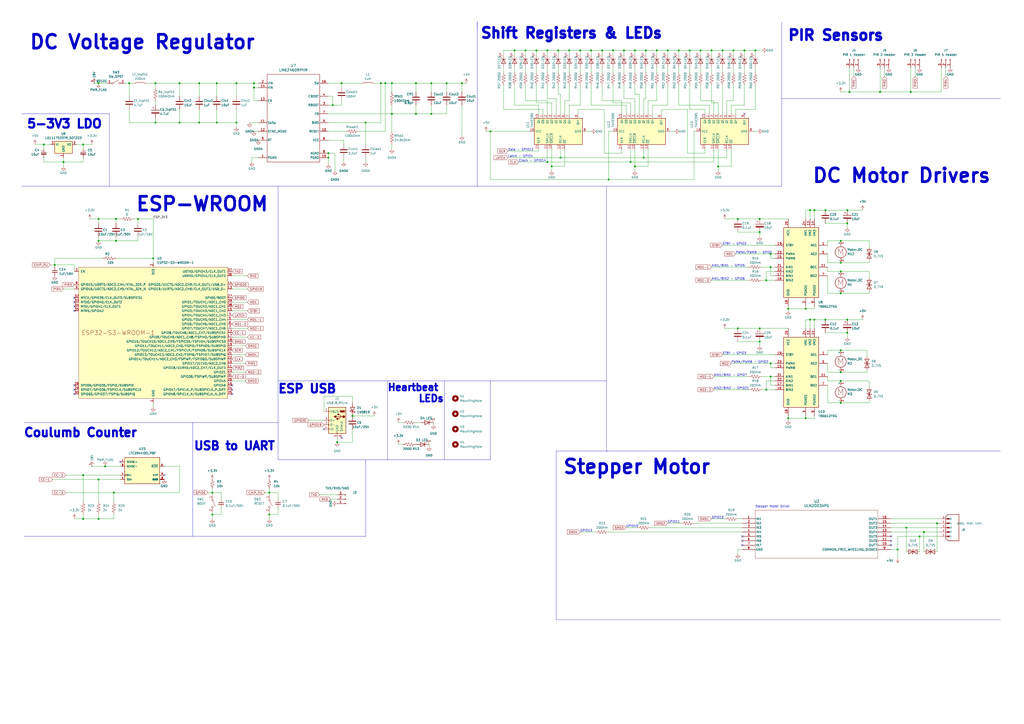
<source format=kicad_sch>
(kicad_sch (version 20230121) (generator eeschema)
  (paper "A2")
  (junction (at 259.08 48.26))
  (junction (at 115.57 48.26))
  (junction (at 104.14 71.12))
  (junction (at 284.48 76.2))
  (junction (at 198.12 48.26))
  (junction (at 267.97 48.26))
  (junction (at 491.49 193.04))
  (junction (at 487.68 203.2))
  (junction (at 204.47 241.3))
  (junction (at 250.19 66.04))
  (junction (at 193.04 60.96))
  (junction (at 90.17 48.26))
  (junction (at 80.01 127))
  (junction (at 457.2 179.07))
  (junction (at 533.4 311.15))
  (junction (at 25.4 83.82))
  (junction (at 528.32 53.34))
  (junction (at 325.12 91.44))
  (junction (at 311.15 29.21))
  (junction (at 412.75 29.21))
  (junction (at 60.96 270.51))
  (junction (at 425.45 29.21))
  (junction (at 487.68 215.9))
  (junction (at 381 29.21))
  (junction (at 440.69 127))
  (junction (at 320.04 96.52))
  (junction (at 419.1 29.21))
  (junction (at 406.4 29.21))
  (junction (at 317.5 29.21))
  (junction (at 472.44 185.42))
  (junction (at 427.99 190.5))
  (junction (at 227.33 66.04))
  (junction (at 323.85 29.21))
  (junction (at 125.73 48.26))
  (junction (at 57.15 139.7))
  (junction (at 525.78 306.07))
  (junction (at 190.5 91.44))
  (junction (at 387.35 29.21))
  (junction (at 336.55 29.21))
  (junction (at 373.38 91.44))
  (junction (at 374.65 29.21))
  (junction (at 487.68 170.18))
  (junction (at 57.15 300.99))
  (junction (at 156.21 285.75))
  (junction (at 90.17 71.12))
  (junction (at 67.31 127))
  (junction (at 74.93 48.26))
  (junction (at 241.3 66.04))
  (junction (at 195.58 256.54))
  (junction (at 67.31 139.7))
  (junction (at 491.49 121.92))
  (junction (at 416.56 96.52))
  (junction (at 487.68 220.98))
  (junction (at 241.3 48.26))
  (junction (at 123.19 285.75))
  (junction (at 438.15 29.21))
  (junction (at 487.68 139.7))
  (junction (at 57.15 127))
  (junction (at 447.04 154.94))
  (junction (at 457.2 242.57))
  (junction (at 431.8 29.21))
  (junction (at 66.04 285.75))
  (junction (at 48.26 275.59))
  (junction (at 368.3 96.52))
  (junction (at 36.83 93.98))
  (junction (at 31.75 153.67))
  (junction (at 147.32 48.26))
  (junction (at 349.25 29.21))
  (junction (at 491.49 129.54))
  (junction (at 440.69 134.62))
  (junction (at 361.95 29.21))
  (junction (at 223.52 48.26))
  (junction (at 472.44 121.92))
  (junction (at 440.69 198.12))
  (junction (at 447.04 147.32))
  (junction (at 444.5 162.56))
  (junction (at 447.04 210.82))
  (junction (at 393.7 29.21))
  (junction (at 487.68 152.4))
  (junction (at 427.99 127))
  (junction (at 115.57 71.12))
  (junction (at 467.36 242.57))
  (junction (at 440.69 190.5))
  (junction (at 543.56 303.53))
  (junction (at 212.09 71.12))
  (junction (at 487.68 233.68))
  (junction (at 355.6 29.21))
  (junction (at 520.7 318.77))
  (junction (at 250.19 48.26))
  (junction (at 491.49 185.42))
  (junction (at 353.06 104.14))
  (junction (at 48.26 300.99))
  (junction (at 104.14 48.26))
  (junction (at 137.16 48.26))
  (junction (at 220.98 48.26))
  (junction (at 48.26 83.82))
  (junction (at 447.04 218.44))
  (junction (at 467.36 179.07))
  (junction (at 125.73 71.12))
  (junction (at 298.45 29.21))
  (junction (at 510.54 53.34))
  (junction (at 137.16 71.12))
  (junction (at 57.15 278.13))
  (junction (at 123.19 298.45))
  (junction (at 400.05 29.21))
  (junction (at 365.76 93.98))
  (junction (at 444.5 226.06))
  (junction (at 147.32 50.8))
  (junction (at 487.68 157.48))
  (junction (at 469.9 121.92))
  (junction (at 156.21 298.45))
  (junction (at 190.5 88.9))
  (junction (at 57.15 48.26))
  (junction (at 330.2 29.21))
  (junction (at 469.9 185.42))
  (junction (at 317.5 93.98))
  (junction (at 368.3 29.21))
  (junction (at 535.94 308.61))
  (junction (at 88.9 149.86))
  (junction (at 478.79 121.92))
  (junction (at 227.33 48.26))
  (junction (at 478.79 185.42))
  (junction (at 304.8 29.21))
  (junction (at 342.9 29.21))
  (junction (at 492.76 53.34))
  (no_connect (at 134.62 223.52))
  (no_connect (at 95.25 275.59))
  (no_connect (at 430.53 311.15))
  (no_connect (at 430.53 313.69))
  (no_connect (at 134.62 228.6))
  (no_connect (at 43.18 172.72))
  (no_connect (at 43.18 175.26))
  (no_connect (at 69.85 267.97))
  (no_connect (at 516.89 311.15))
  (no_connect (at 516.89 316.23))
  (no_connect (at 43.18 228.6))
  (no_connect (at 430.53 316.23))
  (no_connect (at 43.18 177.8))
  (no_connect (at 43.18 226.06))
  (no_connect (at 198.12 254))
  (no_connect (at 516.89 313.69))
  (no_connect (at 43.18 223.52))
  (no_connect (at 187.96 248.92))
  (no_connect (at 431.8 66.04))
  (no_connect (at 43.18 180.34))
  (no_connect (at 134.62 226.06))
  (wire (pts (xy 227.33 48.26) (xy 227.33 53.34)))
  (wire (pts (xy 48.26 83.82) (xy 44.45 83.82)))
  (wire (pts (xy 368.3 57.15) (xy 361.95 57.15)))
  (wire (pts (xy 375.92 86.36) (xy 375.92 96.52)))
  (wire (pts (xy 30.48 278.13) (xy 57.15 278.13)))
  (wire (pts (xy 414.02 218.44) (xy 434.34 218.44)))
  (polyline (pts (xy 111.76 311.15) (xy 212.09 311.15)))
  (wire (pts (xy 406.4 41.91) (xy 406.4 39.37)))
  (wire (pts (xy 378.46 60.96) (xy 387.35 60.96)))
  (wire (pts (xy 491.49 121.92) (xy 500.38 121.92)))
  (wire (pts (xy 487.68 170.18) (xy 504.19 170.18)))
  (wire (pts (xy 440.69 134.62) (xy 440.69 137.16)))
  (wire (pts (xy 419.1 205.74) (xy 449.58 205.74)))
  (wire (pts (xy 444.5 220.98) (xy 449.58 220.98)))
  (wire (pts (xy 472.44 177.8) (xy 472.44 179.07)))
  (wire (pts (xy 147.32 76.2) (xy 149.86 76.2)))
  (wire (pts (xy 80.01 127) (xy 88.9 127)))
  (wire (pts (xy 457.2 177.8) (xy 457.2 179.07)))
  (wire (pts (xy 361.95 57.15) (xy 361.95 49.53)))
  (wire (pts (xy 161.29 298.45) (xy 156.21 298.45)))
  (wire (pts (xy 353.06 76.2) (xy 353.06 104.14)))
  (wire (pts (xy 317.5 31.75) (xy 317.5 29.21)))
  (wire (pts (xy 74.93 48.26) (xy 74.93 55.88)))
  (wire (pts (xy 502.92 215.9) (xy 502.92 214.63)))
  (wire (pts (xy 543.56 303.53) (xy 544.83 303.53)))
  (wire (pts (xy 325.12 66.04) (xy 325.12 54.61)))
  (wire (pts (xy 330.2 66.04) (xy 330.2 60.96)))
  (wire (pts (xy 400.05 41.91) (xy 400.05 39.37)))
  (wire (pts (xy 530.86 39.37) (xy 530.86 44.45)))
  (wire (pts (xy 128.27 285.75) (xy 128.27 289.56)))
  (wire (pts (xy 146.05 91.44) (xy 146.05 93.98)))
  (wire (pts (xy 187.96 238.76) (xy 187.96 229.87)))
  (wire (pts (xy 431.8 60.96) (xy 431.8 49.53)))
  (wire (pts (xy 472.44 121.92) (xy 478.79 121.92)))
  (wire (pts (xy 190.5 71.12) (xy 212.09 71.12)))
  (wire (pts (xy 323.85 29.21) (xy 330.2 29.21)))
  (wire (pts (xy 317.5 93.98) (xy 365.76 93.98)))
  (wire (pts (xy 370.84 54.61) (xy 368.3 54.61)))
  (wire (pts (xy 368.3 29.21) (xy 374.65 29.21)))
  (wire (pts (xy 467.36 121.92) (xy 469.9 121.92)))
  (wire (pts (xy 74.93 71.12) (xy 90.17 71.12)))
  (wire (pts (xy 193.04 55.88) (xy 193.04 60.96)))
  (wire (pts (xy 57.15 127) (xy 67.31 127)))
  (wire (pts (xy 416.56 96.52) (xy 416.56 99.06)))
  (wire (pts (xy 447.04 218.44) (xy 447.04 223.52)))
  (wire (pts (xy 440.69 190.5) (xy 457.2 190.5)))
  (wire (pts (xy 472.44 185.42) (xy 478.79 185.42)))
  (polyline (pts (xy 453.39 12.7) (xy 453.39 107.95)))
  (polyline (pts (xy 322.58 261.62) (xy 351.9452 261.62)))
  (wire (pts (xy 447.04 213.36) (xy 449.58 213.36)))
  (wire (pts (xy 412.75 154.94) (xy 434.34 154.94)))
  (wire (pts (xy 426.72 63.5) (xy 438.15 63.5)))
  (wire (pts (xy 492.76 53.34) (xy 510.54 53.34)))
  (wire (pts (xy 198.12 60.96) (xy 198.12 58.42)))
  (wire (pts (xy 123.19 285.75) (xy 128.27 285.75)))
  (wire (pts (xy 480.06 215.9) (xy 487.68 215.9)))
  (wire (pts (xy 438.15 63.5) (xy 438.15 49.53)))
  (polyline (pts (xy 257.81 266.7) (xy 284.48 266.7)))
  (wire (pts (xy 223.52 48.26) (xy 220.98 48.26)))
  (wire (pts (xy 304.8 58.42) (xy 304.8 49.53)))
  (wire (pts (xy 134.62 167.64) (xy 143.51 167.64)))
  (wire (pts (xy 212.09 71.12) (xy 220.98 71.12)))
  (wire (pts (xy 416.56 59.69) (xy 412.75 59.69)))
  (wire (pts (xy 387.35 303.53) (xy 394.97 303.53)))
  (polyline (pts (xy 276.86 12.7) (xy 276.86 16.51)))
  (wire (pts (xy 320.04 59.69) (xy 311.15 59.69)))
  (polyline (pts (xy 276.86 12.7) (xy 276.86 107.95)))
  (wire (pts (xy 161.29 285.75) (xy 161.29 289.56)))
  (wire (pts (xy 381 29.21) (xy 387.35 29.21)))
  (wire (pts (xy 504.19 152.4) (xy 504.19 151.13)))
  (wire (pts (xy 416.56 96.52) (xy 424.18 96.52)))
  (wire (pts (xy 480.06 160.02) (xy 480.06 170.18)))
  (polyline (pts (xy 161.29 245.11) (xy 161.29 266.7)))
  (polyline (pts (xy 351.79 261.62) (xy 580.39 261.62)))
  (wire (pts (xy 185.42 287.02) (xy 195.58 287.02)))
  (wire (pts (xy 104.14 270.51) (xy 104.14 285.75)))
  (polyline (pts (xy 212.09 266.7) (xy 212.09 308.61)))
  (wire (pts (xy 38.1 285.75) (xy 66.04 285.75)))
  (polyline (pts (xy 111.76 266.7) (xy 111.76 311.15)))
  (wire (pts (xy 467.36 185.42) (xy 469.9 185.42)))
  (wire (pts (xy 414.02 226.06) (xy 434.34 226.06)))
  (wire (pts (xy 134.62 215.9) (xy 142.24 215.9)))
  (wire (pts (xy 74.93 48.26) (xy 77.47 48.26)))
  (wire (pts (xy 74.93 63.5) (xy 74.93 71.12)))
  (wire (pts (xy 134.62 200.66) (xy 142.24 200.66)))
  (wire (pts (xy 179.07 243.84) (xy 187.96 243.84)))
  (wire (pts (xy 353.06 76.2) (xy 355.6 76.2)))
  (wire (pts (xy 48.26 83.82) (xy 53.34 83.82)))
  (wire (pts (xy 393.7 60.96) (xy 411.48 60.96)))
  (wire (pts (xy 414.02 66.04) (xy 414.02 58.42)))
  (wire (pts (xy 349.25 31.75) (xy 349.25 29.21)))
  (wire (pts (xy 504.19 233.68) (xy 504.19 232.41)))
  (wire (pts (xy 284.48 76.2) (xy 307.34 76.2)))
  (wire (pts (xy 467.36 179.07) (xy 457.2 179.07)))
  (wire (pts (xy 478.79 185.42) (xy 491.49 185.42)))
  (wire (pts (xy 80.01 137.16) (xy 80.01 139.7)))
  (wire (pts (xy 457.2 241.3) (xy 457.2 242.57)))
  (wire (pts (xy 77.47 127) (xy 80.01 127)))
  (wire (pts (xy 60.96 270.51) (xy 69.85 270.51)))
  (wire (pts (xy 480.06 218.44) (xy 480.06 220.98)))
  (wire (pts (xy 355.6 59.69) (xy 365.76 59.69)))
  (wire (pts (xy 349.25 29.21) (xy 355.6 29.21)))
  (wire (pts (xy 125.73 48.26) (xy 137.16 48.26)))
  (wire (pts (xy 134.62 180.34) (xy 143.51 180.34)))
  (wire (pts (xy 388.62 76.2) (xy 391.16 76.2)))
  (wire (pts (xy 533.4 311.15) (xy 544.83 311.15)))
  (wire (pts (xy 80.01 129.54) (xy 80.01 127)))
  (wire (pts (xy 353.06 104.14) (xy 402.59 104.14)))
  (wire (pts (xy 438.15 41.91) (xy 438.15 39.37)))
  (wire (pts (xy 469.9 185.42) (xy 472.44 185.42)))
  (wire (pts (xy 525.78 306.07) (xy 525.78 320.04)))
  (wire (pts (xy 412.75 300.99) (xy 420.37 300.99)))
  (polyline (pts (xy 161.29 107.95) (xy 161.29 245.11)))
  (wire (pts (xy 187.96 229.87) (xy 204.47 229.87)))
  (wire (pts (xy 374.65 29.21) (xy 381 29.21)))
  (wire (pts (xy 412.75 29.21) (xy 419.1 29.21)))
  (wire (pts (xy 104.14 48.26) (xy 115.57 48.26)))
  (polyline (pts (xy 580.39 359.41) (xy 322.58 359.41)))
  (wire (pts (xy 204.47 248.92) (xy 204.47 256.54)))
  (wire (pts (xy 383.54 66.04) (xy 383.54 63.5)))
  (wire (pts (xy 335.28 63.5) (xy 335.28 66.04)))
  (wire (pts (xy 134.62 220.98) (xy 142.24 220.98)))
  (wire (pts (xy 294.64 87.63) (xy 312.42 87.63)))
  (wire (pts (xy 387.35 60.96) (xy 387.35 49.53)))
  (wire (pts (xy 304.8 29.21) (xy 311.15 29.21)))
  (wire (pts (xy 427.99 300.99) (xy 430.53 300.99)))
  (wire (pts (xy 467.36 241.3) (xy 467.36 242.57)))
  (wire (pts (xy 373.38 91.44) (xy 373.38 86.36)))
  (wire (pts (xy 528.32 53.34) (xy 546.1 53.34)))
  (wire (pts (xy 323.85 54.61) (xy 323.85 49.53)))
  (wire (pts (xy 227.33 66.04) (xy 241.3 66.04)))
  (wire (pts (xy 535.94 308.61) (xy 544.83 308.61)))
  (wire (pts (xy 363.22 306.07) (xy 369.57 306.07)))
  (wire (pts (xy 54.61 48.26) (xy 57.15 48.26)))
  (polyline (pts (xy 63.5 66.04) (xy 63.5 107.95)))
  (wire (pts (xy 48.26 300.99) (xy 57.15 300.99)))
  (wire (pts (xy 137.16 71.12) (xy 137.16 73.66)))
  (wire (pts (xy 412.75 41.91) (xy 412.75 39.37)))
  (wire (pts (xy 204.47 241.3) (xy 217.17 241.3)))
  (wire (pts (xy 227.33 83.82) (xy 227.33 86.36)))
  (wire (pts (xy 322.58 57.15) (xy 317.5 57.15)))
  (wire (pts (xy 147.32 48.26) (xy 147.32 50.8)))
  (wire (pts (xy 325.12 86.36) (xy 325.12 91.44)))
  (wire (pts (xy 323.85 31.75) (xy 323.85 29.21)))
  (wire (pts (xy 57.15 139.7) (xy 57.15 137.16)))
  (wire (pts (xy 491.49 129.54) (xy 491.49 132.08)))
  (wire (pts (xy 190.5 88.9) (xy 194.31 88.9)))
  (wire (pts (xy 314.96 63.5) (xy 292.1 63.5)))
  (wire (pts (xy 128.27 294.64) (xy 128.27 298.45)))
  (wire (pts (xy 427.99 134.62) (xy 440.69 134.62)))
  (wire (pts (xy 57.15 127) (xy 52.07 127)))
  (wire (pts (xy 370.84 66.04) (xy 370.84 54.61)))
  (wire (pts (xy 374.65 41.91) (xy 374.65 39.37)))
  (wire (pts (xy 375.92 66.04) (xy 375.92 58.42)))
  (wire (pts (xy 360.68 86.36) (xy 360.68 88.9)))
  (wire (pts (xy 88.9 127) (xy 88.9 149.86)))
  (wire (pts (xy 480.06 220.98) (xy 487.68 220.98)))
  (wire (pts (xy 115.57 63.5) (xy 115.57 71.12)))
  (wire (pts (xy 137.16 48.26) (xy 137.16 55.88)))
  (wire (pts (xy 66.04 285.75) (xy 66.04 290.83)))
  (wire (pts (xy 336.55 41.91) (xy 336.55 39.37)))
  (wire (pts (xy 241.3 60.96) (xy 241.3 66.04)))
  (wire (pts (xy 311.15 41.91) (xy 311.15 39.37)))
  (wire (pts (xy 480.06 170.18) (xy 487.68 170.18)))
  (wire (pts (xy 487.68 157.48) (xy 504.19 157.48)))
  (polyline (pts (xy 161.29 266.7) (xy 224.79 266.7)))
  (wire (pts (xy 320.04 96.52) (xy 327.66 96.52)))
  (wire (pts (xy 472.44 242.57) (xy 467.36 242.57)))
  (wire (pts (xy 419.1 41.91) (xy 419.1 39.37)))
  (wire (pts (xy 193.04 60.96) (xy 198.12 60.96)))
  (wire (pts (xy 25.4 91.44) (xy 25.4 93.98)))
  (wire (pts (xy 487.68 139.7) (xy 504.19 139.7)))
  (wire (pts (xy 298.45 29.21) (xy 304.8 29.21)))
  (wire (pts (xy 546.1 39.37) (xy 546.1 53.34)))
  (wire (pts (xy 387.35 31.75) (xy 387.35 29.21)))
  (wire (pts (xy 147.32 50.8) (xy 147.32 58.42)))
  (wire (pts (xy 327.66 66.04) (xy 327.66 58.42)))
  (wire (pts (xy 393.7 31.75) (xy 393.7 29.21)))
  (wire (pts (xy 355.6 31.75) (xy 355.6 29.21)))
  (wire (pts (xy 312.42 66.04) (xy 312.42 60.96)))
  (polyline (pts (xy 224.79 220.98) (xy 224.79 266.7)))
  (wire (pts (xy 492.76 39.37) (xy 492.76 53.34)))
  (wire (pts (xy 330.2 41.91) (xy 330.2 39.37)))
  (wire (pts (xy 425.45 41.91) (xy 425.45 39.37)))
  (wire (pts (xy 48.26 275.59) (xy 69.85 275.59)))
  (polyline (pts (xy 212.09 308.61) (xy 212.09 311.15)))
  (wire (pts (xy 425.45 58.42) (xy 425.45 49.53)))
  (wire (pts (xy 336.55 29.21) (xy 342.9 29.21)))
  (wire (pts (xy 314.96 66.04) (xy 314.96 63.5)))
  (wire (pts (xy 441.96 162.56) (xy 444.5 162.56)))
  (wire (pts (xy 402.59 303.53) (xy 430.53 303.53)))
  (wire (pts (xy 520.7 318.77) (xy 520.7 323.85)))
  (wire (pts (xy 325.12 54.61) (xy 323.85 54.61)))
  (wire (pts (xy 440.69 198.12) (xy 440.69 200.66)))
  (polyline (pts (xy 12.7 66.04) (xy 63.5 66.04)))
  (wire (pts (xy 398.78 88.9) (xy 408.94 88.9)))
  (wire (pts (xy 408.94 88.9) (xy 408.94 86.36)))
  (wire (pts (xy 444.5 162.56) (xy 444.5 157.48)))
  (wire (pts (xy 447.04 154.94) (xy 447.04 160.02)))
  (wire (pts (xy 368.3 31.75) (xy 368.3 29.21)))
  (wire (pts (xy 363.22 66.04) (xy 363.22 60.96)))
  (wire (pts (xy 373.38 57.15) (xy 374.65 57.15)))
  (polyline (pts (xy 284.48 220.98) (xy 284.48 266.7)))
  (wire (pts (xy 72.39 48.26) (xy 74.93 48.26)))
  (wire (pts (xy 361.95 31.75) (xy 361.95 29.21)))
  (wire (pts (xy 416.56 66.04) (xy 416.56 59.69)))
  (wire (pts (xy 156.21 283.21) (xy 156.21 285.75)))
  (wire (pts (xy 400.05 31.75) (xy 400.05 29.21)))
  (wire (pts (xy 36.83 93.98) (xy 48.26 93.98)))
  (wire (pts (xy 88.9 149.86) (xy 88.9 152.4)))
  (wire (pts (xy 161.29 294.64) (xy 161.29 298.45)))
  (wire (pts (xy 411.48 66.04) (xy 411.48 60.96)))
  (wire (pts (xy 241.3 48.26) (xy 241.3 53.34)))
  (wire (pts (xy 478.79 121.92) (xy 491.49 121.92)))
  (wire (pts (xy 327.66 58.42) (xy 330.2 58.42)))
  (wire (pts (xy 467.36 185.42) (xy 467.36 190.5)))
  (wire (pts (xy 284.48 104.14) (xy 353.06 104.14)))
  (wire (pts (xy 123.19 285.75) (xy 120.65 285.75)))
  (wire (pts (xy 90.17 48.26) (xy 90.17 50.8)))
  (wire (pts (xy 412.75 162.56) (xy 434.34 162.56)))
  (polyline (pts (xy 322.58 359.41) (xy 322.58 261.62)))
  (wire (pts (xy 469.9 121.92) (xy 472.44 121.92)))
  (wire (pts (xy 67.31 139.7) (xy 57.15 139.7)))
  (wire (pts (xy 449.58 162.56) (xy 444.5 162.56)))
  (wire (pts (xy 449.58 226.06) (xy 444.5 226.06)))
  (wire (pts (xy 480.06 210.82) (xy 480.06 215.9)))
  (wire (pts (xy 57.15 48.26) (xy 62.23 48.26)))
  (wire (pts (xy 156.21 298.45) (xy 156.21 300.99)))
  (wire (pts (xy 134.62 160.02) (xy 143.51 160.02)))
  (polyline (pts (xy 351.9452 261.62) (xy 352.3023 261.9771)))
  (wire (pts (xy 427.99 318.77) (xy 427.99 321.31)))
  (wire (pts (xy 304.8 31.75) (xy 304.8 29.21)))
  (wire (pts (xy 137.16 63.5) (xy 137.16 71.12)))
  (wire (pts (xy 480.06 154.94) (xy 480.06 157.48)))
  (wire (pts (xy 36.83 91.44) (xy 36.83 93.98)))
  (wire (pts (xy 312.42 60.96) (xy 298.45 60.96)))
  (wire (pts (xy 29.21 153.67) (xy 31.75 153.67)))
  (wire (pts (xy 438.15 31.75) (xy 438.15 29.21)))
  (wire (pts (xy 491.49 193.04) (xy 491.49 195.58)))
  (wire (pts (xy 250.19 66.04) (xy 259.08 66.04)))
  (wire (pts (xy 95.25 270.51) (xy 104.14 270.51)))
  (wire (pts (xy 457.2 242.57) (xy 457.2 243.84)))
  (wire (pts (xy 398.78 63.5) (xy 398.78 88.9)))
  (wire (pts (xy 259.08 48.26) (xy 267.97 48.26)))
  (wire (pts (xy 436.88 76.2) (xy 439.42 76.2)))
  (wire (pts (xy 414.02 58.42) (xy 406.4 58.42)))
  (wire (pts (xy 447.04 213.36) (xy 447.04 210.82)))
  (wire (pts (xy 447.04 160.02) (xy 449.58 160.02)))
  (wire (pts (xy 427.99 198.12) (xy 440.69 198.12)))
  (wire (pts (xy 317.5 58.42) (xy 304.8 58.42)))
  (wire (pts (xy 156.21 285.75) (xy 156.21 287.02)))
  (wire (pts (xy 520.7 311.15) (xy 533.4 311.15)))
  (wire (pts (xy 304.8 41.91) (xy 304.8 39.37)))
  (wire (pts (xy 373.38 66.04) (xy 373.38 57.15)))
  (wire (pts (xy 227.33 66.04) (xy 227.33 76.2)))
  (polyline (pts (xy 161.29 220.98) (xy 351.79 220.98)))
  (wire (pts (xy 421.64 66.04) (xy 421.64 58.42)))
  (wire (pts (xy 212.09 71.12) (xy 212.09 83.82)))
  (wire (pts (xy 31.75 153.67) (xy 43.18 153.67)))
  (wire (pts (xy 298.45 60.96) (xy 298.45 49.53)))
  (wire (pts (xy 57.15 298.45) (xy 57.15 300.99)))
  (wire (pts (xy 467.36 177.8) (xy 467.36 179.07)))
  (wire (pts (xy 502.92 203.2) (xy 502.92 207.01)))
  (polyline (pts (xy 276.86 107.95) (xy 351.79 107.95)))
  (wire (pts (xy 487.68 220.98) (xy 504.19 220.98)))
  (wire (pts (xy 67.31 127) (xy 67.31 129.54)))
  (wire (pts (xy 419.1 29.21) (xy 425.45 29.21)))
  (wire (pts (xy 516.89 308.61) (xy 535.94 308.61)))
  (wire (pts (xy 368.3 86.36) (xy 368.3 96.52)))
  (wire (pts (xy 320.04 96.52) (xy 320.04 99.06)))
  (wire (pts (xy 424.18 66.04) (xy 424.18 60.96)))
  (wire (pts (xy 548.64 39.37) (xy 548.64 44.45)))
  (wire (pts (xy 31.75 154.94) (xy 31.75 153.67)))
  (wire (pts (xy 43.18 153.67) (xy 43.18 157.48)))
  (wire (pts (xy 406.4 58.42) (xy 406.4 49.53)))
  (wire (pts (xy 241.3 66.04) (xy 250.19 66.04)))
  (wire (pts (xy 360.68 66.04) (xy 360.68 58.42)))
  (wire (pts (xy 381 41.91) (xy 381 39.37)))
  (wire (pts (xy 402.59 76.2) (xy 403.86 76.2)))
  (wire (pts (xy 420.37 190.5) (xy 427.99 190.5)))
  (polyline (pts (xy 12.7 107.95) (xy 276.86 107.95)))
  (wire (pts (xy 478.79 129.54) (xy 491.49 129.54)))
  (wire (pts (xy 355.6 29.21) (xy 361.95 29.21)))
  (wire (pts (xy 36.83 167.64) (xy 43.18 167.64)))
  (wire (pts (xy 90.17 71.12) (xy 90.17 68.58)))
  (wire (pts (xy 134.62 205.74) (xy 142.24 205.74)))
  (wire (pts (xy 125.73 55.88) (xy 125.73 48.26)))
  (wire (pts (xy 199.39 81.28) (xy 199.39 83.82)))
  (wire (pts (xy 31.75 149.86) (xy 31.75 153.67)))
  (wire (pts (xy 90.17 58.42) (xy 90.17 60.96)))
  (wire (pts (xy 377.19 306.07) (xy 430.53 306.07)))
  (wire (pts (xy 419.1 66.04) (xy 419.1 49.53)))
  (wire (pts (xy 520.7 318.77) (xy 520.7 311.15)))
  (wire (pts (xy 57.15 278.13) (xy 57.15 290.83)))
  (wire (pts (xy 425.45 31.75) (xy 425.45 29.21)))
  (wire (pts (xy 368.3 96.52) (xy 368.3 99.06)))
  (wire (pts (xy 53.34 270.51) (xy 60.96 270.51)))
  (wire (pts (xy 317.5 41.91) (xy 317.5 39.37)))
  (wire (pts (xy 267.97 48.26) (xy 267.97 53.34)))
  (wire (pts (xy 381 31.75) (xy 381 29.21)))
  (wire (pts (xy 393.7 29.21) (xy 400.05 29.21)))
  (wire (pts (xy 123.19 285.75) (xy 123.19 287.02)))
  (wire (pts (xy 325.12 91.44) (xy 373.38 91.44)))
  (wire (pts (xy 281.94 76.2) (xy 284.48 76.2)))
  (wire (pts (xy 250.19 48.26) (xy 250.19 53.34)))
  (wire (pts (xy 516.89 306.07) (xy 525.78 306.07)))
  (wire (pts (xy 441.96 29.21) (xy 438.15 29.21)))
  (wire (pts (xy 300.99 93.98) (xy 317.5 93.98)))
  (wire (pts (xy 427.99 127) (xy 440.69 127)))
  (wire (pts (xy 360.68 88.9) (xy 350.52 88.9)))
  (wire (pts (xy 491.49 185.42) (xy 500.38 185.42)))
  (wire (pts (xy 361.95 29.21) (xy 368.3 29.21)))
  (wire (pts (xy 412.75 31.75) (xy 412.75 29.21)))
  (wire (pts (xy 317.5 66.04) (xy 317.5 58.42)))
  (wire (pts (xy 447.04 147.32) (xy 449.58 147.32)))
  (wire (pts (xy 447.04 147.32) (xy 447.04 149.86)))
  (wire (pts (xy 198.12 48.26) (xy 198.12 50.8)))
  (wire (pts (xy 350.52 88.9) (xy 350.52 63.5)))
  (wire (pts (xy 457.2 179.07) (xy 457.2 180.34)))
  (wire (pts (xy 25.4 83.82) (xy 25.4 86.36)))
  (wire (pts (xy 80.01 139.7) (xy 67.31 139.7)))
  (wire (pts (xy 298.45 41.91) (xy 298.45 39.37)))
  (wire (pts (xy 355.6 41.91) (xy 355.6 39.37)))
  (wire (pts (xy 67.31 127) (xy 69.85 127)))
  (wire (pts (xy 190.5 76.2) (xy 200.66 76.2)))
  (wire (pts (xy 57.15 129.54) (xy 57.15 127)))
  (wire (pts (xy 294.64 91.44) (xy 325.12 91.44)))
  (wire (pts (xy 104.14 71.12) (xy 115.57 71.12)))
  (wire (pts (xy 144.78 71.12) (xy 149.86 71.12)))
  (wire (pts (xy 48.26 275.59) (xy 48.26 290.83)))
  (wire (pts (xy 469.9 185.42) (xy 469.9 190.5)))
  (wire (pts (xy 104.14 48.26) (xy 104.14 55.88)))
  (wire (pts (xy 480.06 157.48) (xy 487.68 157.48)))
  (wire (pts (xy 365.76 93.98) (xy 414.02 93.98)))
  (wire (pts (xy 292.1 31.75) (xy 292.1 29.21)))
  (wire (pts (xy 363.22 60.96) (xy 342.9 60.96)))
  (wire (pts (xy 85.09 48.26) (xy 90.17 48.26)))
  (wire (pts (xy 199.39 91.44) (xy 199.39 93.98)))
  (wire (pts (xy 231.14 245.11) (xy 233.68 245.11)))
  (wire (pts (xy 374.65 31.75) (xy 374.65 29.21)))
  (wire (pts (xy 421.64 58.42) (xy 425.45 58.42)))
  (wire (pts (xy 147.32 50.8) (xy 149.86 50.8)))
  (wire (pts (xy 504.19 170.18) (xy 504.19 168.91)))
  (wire (pts (xy 342.9 29.21) (xy 349.25 29.21)))
  (wire (pts (xy 349.25 41.91) (xy 349.25 39.37)))
  (wire (pts (xy 330.2 31.75) (xy 330.2 29.21)))
  (wire (pts (xy 426.72 147.32) (xy 447.04 147.32)))
  (wire (pts (xy 373.38 91.44) (xy 421.64 91.44)))
  (wire (pts (xy 535.94 308.61) (xy 535.94 320.04)))
  (wire (pts (xy 223.52 48.26) (xy 227.33 48.26)))
  (wire (pts (xy 57.15 300.99) (xy 66.04 300.99)))
  (polyline (pts (xy 351.79 220.98) (xy 351.79 261.62)))
  (wire (pts (xy 449.58 223.52) (xy 447.04 223.52)))
  (wire (pts (xy 361.95 41.91) (xy 361.95 39.37)))
  (wire (pts (xy 378.46 66.04) (xy 378.46 60.96)))
  (wire (pts (xy 414.02 93.98) (xy 414.02 86.36)))
  (wire (pts (xy 516.89 300.99) (xy 544.83 300.99)))
  (wire (pts (xy 365.76 66.04) (xy 365.76 59.69)))
  (wire (pts (xy 134.62 175.26) (xy 143.51 175.26)))
  (wire (pts (xy 480.06 142.24) (xy 480.06 139.7)))
  (wire (pts (xy 190.5 48.26) (xy 198.12 48.26)))
  (wire (pts (xy 425.45 29.21) (xy 431.8 29.21)))
  (wire (pts (xy 284.48 76.2) (xy 284.48 104.14)))
  (wire (pts (xy 156.21 285.75) (xy 161.29 285.75)))
  (polyline (pts (xy 111.76 245.11) (xy 111.76 266.7)))
  (wire (pts (xy 48.26 298.45) (xy 48.26 300.99)))
  (wire (pts (xy 241.3 48.26) (xy 250.19 48.26)))
  (wire (pts (xy 472.44 121.92) (xy 472.44 127)))
  (wire (pts (xy 115.57 48.26) (xy 115.57 55.88)))
  (wire (pts (xy 368.3 41.91) (xy 368.3 39.37)))
  (wire (pts (xy 350.52 63.5) (xy 335.28 63.5)))
  (wire (pts (xy 420.37 127) (xy 427.99 127)))
  (wire (pts (xy 190.5 66.04) (xy 227.33 66.04)))
  (wire (pts (xy 320.04 86.36) (xy 320.04 96.52)))
  (wire (pts (xy 90.17 48.26) (xy 104.14 48.26)))
  (wire (pts (xy 504.19 139.7) (xy 504.19 143.51)))
  (wire (pts (xy 208.28 76.2) (xy 223.52 76.2)))
  (wire (pts (xy 59.69 149.86) (xy 31.75 149.86)))
  (wire (pts (xy 355.6 59.69) (xy 355.6 49.53)))
  (wire (pts (xy 387.35 41.91) (xy 387.35 39.37)))
  (wire (pts (xy 137.16 48.26) (xy 147.32 48.26)))
  (wire (pts (xy 323.85 41.91) (xy 323.85 39.37)))
  (wire (pts (xy 48.26 83.82) (xy 48.26 86.36)))
  (wire (pts (xy 480.06 205.74) (xy 480.06 203.2)))
  (wire (pts (xy 231.14 257.81) (xy 233.68 257.81)))
  (wire (pts (xy 292.1 41.91) (xy 292.1 39.37)))
  (wire (pts (xy 149.86 48.26) (xy 147.32 48.26)))
  (wire (pts (xy 125.73 71.12) (xy 125.73 63.5)))
  (wire (pts (xy 424.18 86.36) (xy 424.18 96.52)))
  (wire (pts (xy 267.97 60.96) (xy 267.97 78.74)))
  (wire (pts (xy 292.1 29.21) (xy 298.45 29.21)))
  (wire (pts (xy 104.14 63.5) (xy 104.14 71.12)))
  (wire (pts (xy 374.65 57.15) (xy 374.65 49.53)))
  (wire (pts (xy 383.54 63.5) (xy 398.78 63.5)))
  (wire (pts (xy 212.09 91.44) (xy 212.09 93.98)))
  (wire (pts (xy 368.3 96.52) (xy 375.92 96.52)))
  (wire (pts (xy 241.3 245.11) (xy 243.84 245.11)))
  (wire (pts (xy 336.55 31.75) (xy 336.55 29.21)))
  (wire (pts (xy 510.54 39.37) (xy 510.54 53.34)))
  (wire (pts (xy 270.51 48.26) (xy 267.97 48.26)))
  (wire (pts (xy 311.15 31.75) (xy 311.15 29.21)))
  (wire (pts (xy 467.36 121.92) (xy 467.36 127)))
  (wire (pts (xy 156.21 297.18) (xy 156.21 298.45)))
  (wire (pts (xy 440.69 127) (xy 457.2 127)))
  (wire (pts (xy 134.62 210.82) (xy 142.24 210.82)))
  (wire (pts (xy 441.96 218.44) (xy 447.04 218.44)))
  (wire (pts (xy 227.33 60.96) (xy 227.33 66.04)))
  (wire (pts (xy 146.05 91.44) (xy 149.86 91.44)))
  (wire (pts (xy 495.3 39.37) (xy 495.3 44.45)))
  (wire (pts (xy 431.8 41.91) (xy 431.8 39.37)))
  (wire (pts (xy 528.32 39.37) (xy 528.32 53.34)))
  (wire (pts (xy 533.4 311.15) (xy 533.4 320.04)))
  (wire (pts (xy 190.5 88.9) (xy 190.5 91.44)))
  (wire (pts (xy 469.9 121.92) (xy 469.9 127)))
  (wire (pts (xy 441.96 226.06) (xy 444.5 226.06)))
  (wire (pts (xy 504.19 220.98) (xy 504.19 224.79)))
  (wire (pts (xy 250.19 48.26) (xy 259.08 48.26)))
  (wire (pts (xy 447.04 210.82) (xy 449.58 210.82)))
  (wire (pts (xy 480.06 139.7) (xy 487.68 139.7)))
  (wire (pts (xy 387.35 29.21) (xy 393.7 29.21)))
  (wire (pts (xy 336.55 308.61) (xy 345.44 308.61)))
  (wire (pts (xy 424.18 60.96) (xy 431.8 60.96)))
  (wire (pts (xy 134.62 190.5) (xy 143.51 190.5)))
  (wire (pts (xy 444.5 157.48) (xy 449.58 157.48)))
  (wire (pts (xy 412.75 59.69) (xy 412.75 49.53)))
  (wire (pts (xy 259.08 48.26) (xy 259.08 53.34)))
  (polyline (pts (xy 13.97 311.15) (xy 35.56 311.15)))
  (polyline (pts (xy 13.97 245.11) (xy 161.29 245.11)))
  (wire (pts (xy 204.47 256.54) (xy 195.58 256.54)))
  (wire (pts (xy 317.5 29.21) (xy 323.85 29.21)))
  (wire (pts (xy 400.05 63.5) (xy 400.05 49.53)))
  (wire (pts (xy 311.15 59.69) (xy 311.15 49.53)))
  (polyline (pts (xy 351.79 107.95) (xy 351.79 220.98)))
  (wire (pts (xy 128.27 298.45) (xy 123.19 298.45)))
  (wire (pts (xy 336.55 60.96) (xy 336.55 49.53)))
  (wire (pts (xy 472.44 241.3) (xy 472.44 242.57)))
  (wire (pts (xy 368.3 66.04) (xy 368.3 57.15)))
  (wire (pts (xy 43.18 300.99) (xy 48.26 300.99)))
  (wire (pts (xy 424.18 210.82) (xy 447.04 210.82)))
  (wire (pts (xy 38.1 275.59) (xy 48.26 275.59)))
  (wire (pts (xy 57.15 278.13) (xy 69.85 278.13)))
  (wire (pts (xy 441.96 154.94) (xy 447.04 154.94)))
  (wire (pts (xy 487.68 203.2) (xy 502.92 203.2)))
  (wire (pts (xy 190.5 55.88) (xy 193.04 55.88)))
  (wire (pts (xy 487.68 152.4) (xy 504.19 152.4)))
  (wire (pts (xy 353.06 308.61) (xy 430.53 308.61)))
  (polyline (pts (xy 111.76 311.15) (xy 35.56 311.15)))
  (wire (pts (xy 251.46 245.11) (xy 251.46 246.38)))
  (wire (pts (xy 447.04 218.44) (xy 449.58 218.44)))
  (wire (pts (xy 322.58 66.04) (xy 322.58 57.15)))
  (wire (pts (xy 408.94 66.04) (xy 408.94 63.5)))
  (wire (pts (xy 408.94 63.5) (xy 400.05 63.5)))
  (polyline (pts (xy 351.79 107.95) (xy 453.39 107.95)))
  (wire (pts (xy 467.36 242.57) (xy 457.2 242.57)))
  (wire (pts (xy 342.9 60.96) (xy 342.9 49.53)))
  (wire (pts (xy 342.9 31.75) (xy 342.9 29.21)))
  (wire (pts (xy 25.4 83.82) (xy 20.32 83.82)))
  (wire (pts (xy 340.36 76.2) (xy 342.9 76.2)))
  (wire (pts (xy 317.5 57.15) (xy 317.5 49.53)))
  (wire (pts (xy 520.7 318.77) (xy 516.89 318.77)))
  (wire (pts (xy 190.5 81.28) (xy 199.39 81.28)))
  (wire (pts (xy 478.79 193.04) (xy 491.49 193.04)))
  (wire (pts (xy 406.4 29.21) (xy 412.75 29.21)))
  (wire (pts (xy 67.31 137.16) (xy 67.31 139.7)))
  (polyline (pts (xy 453.39 57.15) (xy 580.39 57.15)))
  (wire (pts (xy 349.25 58.42) (xy 349.25 49.53)))
  (wire (pts (xy 444.5 226.06) (xy 444.5 220.98)))
  (wire (pts (xy 360.68 58.42) (xy 349.25 58.42)))
  (wire (pts (xy 419.1 142.24) (xy 449.58 142.24)))
  (wire (pts (xy 330.2 60.96) (xy 336.55 60.96)))
  (wire (pts (xy 88.9 233.68) (xy 88.9 236.22)))
  (wire (pts (xy 147.32 58.42) (xy 149.86 58.42)))
  (wire (pts (xy 259.08 60.96) (xy 259.08 66.04)))
  (wire (pts (xy 480.06 147.32) (xy 480.06 152.4)))
  (wire (pts (xy 487.68 233.68) (xy 504.19 233.68)))
  (wire (pts (xy 250.19 60.96) (xy 250.19 66.04)))
  (wire (pts (xy 504.19 157.48) (xy 504.19 161.29)))
  (wire (pts (xy 292.1 63.5) (xy 292.1 49.53)))
  (wire (pts (xy 67.31 149.86) (xy 88.9 149.86)))
  (wire (pts (xy 223.52 76.2) (xy 223.52 48.26)))
  (wire (pts (xy 368.3 54.61) (xy 368.3 49.53)))
  (wire (pts (xy 426.72 66.04) (xy 426.72 63.5)))
  (wire (pts (xy 36.83 93.98) (xy 36.83 96.52)))
  (wire (pts (xy 125.73 71.12) (xy 137.16 71.12)))
  (wire (pts (xy 421.64 91.44) (xy 421.64 86.36)))
  (polyline (pts (xy 257.81 220.98) (xy 257.81 266.7)))
  (wire (pts (xy 115.57 48.26) (xy 125.73 48.26)))
  (wire (pts (xy 487.68 215.9) (xy 502.92 215.9)))
  (wire (pts (xy 190.5 60.96) (xy 193.04 60.96)))
  (wire (pts (xy 416.56 86.36) (xy 416.56 96.52)))
  (wire (pts (xy 516.89 303.53) (xy 543.56 303.53)))
  (wire (pts (xy 191.77 289.56) (xy 195.58 289.56)))
  (wire (pts (xy 472.44 179.07) (xy 467.36 179.07)))
  (wire (pts (xy 134.62 195.58) (xy 143.51 195.58)))
  (wire (pts (xy 123.19 283.21) (xy 123.19 285.75)))
  (wire (pts (xy 204.47 229.87) (xy 204.47 233.68)))
  (wire (pts (xy 90.17 71.12) (xy 104.14 71.12)))
  (wire (pts (xy 198.12 48.26) (xy 209.55 48.26)))
  (wire (pts (xy 220.98 71.12) (xy 220.98 48.26)))
  (wire (pts (xy 248.92 257.81) (xy 248.92 259.08)))
  (wire (pts (xy 427.99 190.5) (xy 440.69 190.5)))
  (wire (pts (xy 381 58.42) (xy 381 49.53)))
  (wire (pts (xy 115.57 71.12) (xy 125.73 71.12)))
  (wire (pts (xy 123.19 298.45) (xy 123.19 300.99)))
  (wire (pts (xy 342.9 41.91) (xy 342.9 39.37)))
  (wire (pts (xy 393.7 41.91) (xy 393.7 39.37)))
  (wire (pts (xy 472.44 185.42) (xy 472.44 190.5)))
  (wire (pts (xy 406.4 31.75) (xy 406.4 29.21)))
  (wire (pts (xy 317.5 86.36) (xy 317.5 93.98)))
  (wire (pts (xy 402.59 76.2) (xy 402.59 104.14)))
  (wire (pts (xy 327.66 86.36) (xy 327.66 96.52)))
  (wire (pts (xy 320.04 66.04) (xy 320.04 59.69)))
  (wire (pts (xy 227.33 48.26) (xy 241.3 48.26)))
  (wire (pts (xy 513.08 39.37) (xy 513.08 44.45)))
  (wire (pts (xy 431.8 29.21) (xy 438.15 29.21)))
  (wire (pts (xy 25.4 93.98) (xy 36.83 93.98)))
  (wire (pts (xy 480.06 223.52) (xy 480.06 233.68)))
  (wire (pts (xy 25.4 83.82) (xy 29.21 83.82)))
  (wire (pts (xy 510.54 53.34) (xy 528.32 53.34)))
  (wire (pts (xy 427.99 318.77) (xy 430.53 318.77)))
  (wire (pts (xy 190.5 91.44) (xy 190.5 95.25)))
  (wire (pts (xy 217.17 48.26) (xy 220.98 48.26)))
  (wire (pts (xy 393.7 60.96) (xy 393.7 49.53)))
  (wire (pts (xy 194.31 88.9) (xy 194.31 99.06)))
  (wire (pts (xy 156.21 285.75) (xy 153.67 285.75)))
  (wire (pts (xy 492.76 53.34) (xy 487.68 53.34)))
  (wire (pts (xy 419.1 31.75) (xy 419.1 29.21)))
  (wire (pts (xy 330.2 58.42) (xy 330.2 49.53)))
  (wire (pts (xy 312.42 87.63) (xy 312.42 86.36)))
  (wire (pts (xy 48.26 93.98) (xy 48.26 91.44)))
  (wire (pts (xy 431.8 31.75) (xy 431.8 29.21)))
  (wire (pts (xy 66.04 285.75) (xy 104.14 285.75)))
  (wire (pts (xy 311.15 29.21) (xy 317.5 29.21)))
  (wire (pts (xy 195.58 254) (xy 195.58 256.54)))
  (wire (pts (xy 134.62 185.42) (xy 143.51 185.42)))
  (wire (pts (xy 123.19 297.18) (xy 123.19 298.45)))
  (wire (pts (xy 400.05 29.21) (xy 406.4 29.21)))
  (wire (pts (xy 543.56 303.53) (xy 543.56 320.04)))
  (wire (pts (xy 298.45 31.75) (xy 298.45 29.21)))
  (wire (pts (xy 375.92 58.42) (xy 381 58.42)))
  (wire (pts (xy 365.76 93.98) (xy 365.76 86.36)))
  (wire (pts (xy 330.2 29.21) (xy 336.55 29.21)))
  (wire (pts (xy 447.04 154.94) (xy 449.58 154.94)))
  (wire (pts (xy 480.06 152.4) (xy 487.68 152.4)))
  (polyline (pts (xy 224.79 266.7) (xy 257.81 266.7)))
  (wire (pts (xy 480.06 203.2) (xy 487.68 203.2)))
  (wire (pts (xy 66.04 298.45) (xy 66.04 300.99)))
  (wire (pts (xy 480.06 233.68) (xy 487.68 233.68)))
  (wire (pts (xy 525.78 306.07) (xy 544.83 306.07)))
  (wire (pts (xy 447.04 149.86) (xy 449.58 149.86)))
  (text "ESP-WROOM\n" (at 156.21 123.19 0) (effects (font (size 8 8) (thickness 1.6) bold) (justify right bottom)))
  (text "GPIO11" (at 387.35 303.53 0) (effects (font (size 1.27 1.27)) (justify left bottom)))
  (text "PWMA/PWMB - GPIO2" (at 424.18 210.82 0) (effects (font (size 1.27 1.27)) (justify left bottom)))
  (text "Shift Registers & LEDs" (at 384.81 22.86 0) (effects (font (size 6 6) (thickness 1.6) bold) (justify right bottom)))
  (text "PWMA/PWMB - GPIO1" (at 426.72 147.32 0) (effects (font (size 1.27 1.27)) (justify left bottom)))
  (text "Clock - GPIO14" (at 300.99 93.98 0) (effects (font (size 1.27 1.27)) (justify left bottom)))
  (text "DC Voltage Regulator" (at 148.59 29.21 0) (effects (font (size 8 8) (thickness 1.6) bold) (justify right bottom)))
  (text "Heartbeat \nLEDs" (at 257.81 233.68 0) (effects (font (size 4 4) (thickness 1.6) bold) (justify right bottom)))
  (text "GPIO45\n" (at 363.22 306.07 0) (effects (font (size 1.27 1.27)) (justify left bottom)))
  (text "5-3V3 LDO" (at 59.69 74.93 0) (effects (font (size 5 5) (thickness 1.6) bold) (justify right bottom)))
  (text "Latch - GPIO4" (at 294.64 91.44 0) (effects (font (size 1.27 1.27)) (justify left bottom)))
  (text "AIN2/BIN2 - GPIO21" (at 414.02 226.06 0) (effects (font (size 1.27 1.27)) (justify left bottom)))
  (text "Stepper Motor" (at 412.75 275.59 0) (effects (font (size 8 8) (thickness 1.6) bold) (justify right bottom)))
  (text "Stepper Motor Driver" (at 438.15 294.64 0) (effects (font (size 1.27 1.27)) (justify left bottom)))
  (text "GPIO10" (at 412.75 300.99 0) (effects (font (size 1.27 1.27)) (justify left bottom)))
  (text "AIN1/BIN1 - GPIO5" (at 412.75 154.94 0) (effects (font (size 1.27 1.27)) (justify left bottom)))
  (text "STBY - GPIO3" (at 419.1 205.74 0) (effects (font (size 1.27 1.27)) (justify left bottom)))
  (text "AIN1/BIN1 - GPIO7" (at 414.02 218.44 0) (effects (font (size 1.27 1.27)) (justify left bottom)))
  (text "AIN1/BIN2 - GPIO6" (at 412.75 162.56 0) (effects (font (size 1.27 1.27)) (justify left bottom)))
  (text "GPIO13" (at 336.55 308.61 0) (effects (font (size 1.27 1.27)) (justify left bottom)))
  (text "ESP USB\n" (at 195.58 228.6 0) (effects (font (size 5 5) (thickness 1.6) bold) (justify right bottom)))
  (text "DC Motor Drivers" (at 575.31 106.68 0) (effects (font (size 8 8) (thickness 1.6) bold) (justify right bottom)))
  (text "STBY - GPIO3" (at 419.1 142.24 0) (effects (font (size 1.27 1.27)) (justify left bottom)))
  (text "USB to UART" (at 160.02 261.62 0) (effects (font (size 4.8 4.8) (thickness 1.6) bold) (justify right bottom)))
  (text "Data - GPIO12" (at 294.64 87.63 0) (effects (font (size 1.27 1.27)) (justify left bottom)))
  (text "Coulumb Counter" (at 80.01 254 0) (effects (font (size 5 5) (thickness 1.6) bold) (justify right bottom)))
  (text "PIR Sensors\n" (at 513.08 24.13 0) (effects (font (size 6 6) (thickness 1.6) bold) (justify right bottom)))
  (label "ESP_3V3" (at 88.9 127 0))
  (global_label "CC-1" (shape input) (at 30.48 278.13 180) (property "Intersheetrefs" "${INTERSHEET_REFS}" (effects hide)))
  (global_label "MD1-2" (shape input) (at 412.75 162.56 180) (property "Intersheetrefs" "${INTERSHEET_REFS}" (effects hide)))
  (global_label "SMD2" (shape input) (at 387.35 303.53 180) (property "Intersheetrefs" "${INTERSHEET_REFS}" (effects hide)))
  (global_label "STBY" (shape input) (at 143.51 180.34 0) (property "Intersheetrefs" "${INTERSHEET_REFS}" (effects hide)))
  (global_label "CC-2" (shape input) (at 143.51 195.58 0) (property "Intersheetrefs" "${INTERSHEET_REFS}" (effects hide)))
  (global_label "LATCH" (shape input) (at 134.62 182.88 0) (property "Intersheetrefs" "${INTERSHEET_REFS}" (effects hide)))
  (global_label "PIR4" (shape input) (at 36.83 167.64 180) (property "Intersheetrefs" "${INTERSHEET_REFS}" (effects hide)))
  (global_label "CHIP_PU" (shape input) (at 29.21 153.67 180) (property "Intersheetrefs" "${INTERSHEET_REFS}" (effects hide)))
  (global_label "MD2-1" (shape input) (at 143.51 190.5 0) (property "Intersheetrefs" "${INTERSHEET_REFS}" (effects hide)))
  (global_label "RXD" (shape input) (at 191.77 289.56 180) (property "Intersheetrefs" "${INTERSHEET_REFS}" (effects hide)))
  (global_label "MD1-2" (shape input) (at 134.62 187.96 0) (property "Intersheetrefs" "${INTERSHEET_REFS}" (effects hide)))
  (global_label "GPIO0" (shape input) (at 120.65 285.75 180) (property "Intersheetrefs" "${INTERSHEET_REFS}" (effects hide)))
  (global_label "PIR1" (shape input) (at 495.3 44.45 270) (property "Intersheetrefs" "${INTERSHEET_REFS}" (effects hide)))
  (global_label "GPIO19" (shape input) (at 143.51 167.64 0) (property "Intersheetrefs" "${INTERSHEET_REFS}" (effects hide)))
  (global_label "MD2-1" (shape input) (at 414.02 218.44 180) (property "Intersheetrefs" "${INTERSHEET_REFS}" (effects hide)))
  (global_label "MD2-2" (shape input) (at 414.02 226.06 180) (property "Intersheetrefs" "${INTERSHEET_REFS}" (effects hide)))
  (global_label "SER" (shape input) (at 294.64 87.63 180) (property "Intersheetrefs" "${INTERSHEET_REFS}" (effects hide)))
  (global_label "CC-2" (shape input) (at 38.1 275.59 180) (property "Intersheetrefs" "${INTERSHEET_REFS}" (effects hide)))
  (global_label "CC-3" (shape input) (at 134.62 218.44 0) (property "Intersheetrefs" "${INTERSHEET_REFS}" (effects hide)))
  (global_label "MD1" (shape input) (at 426.72 147.32 180) (property "Intersheetrefs" "${INTERSHEET_REFS}" (effects hide)))
  (global_label "MD1-1" (shape input) (at 143.51 185.42 0) (property "Intersheetrefs" "${INTERSHEET_REFS}" (effects hide)))
  (global_label "SMD3" (shape input) (at 363.22 306.07 180) (property "Intersheetrefs" "${INTERSHEET_REFS}" (effects hide)))
  (global_label "MD2" (shape input) (at 134.62 177.8 0) (property "Intersheetrefs" "${INTERSHEET_REFS}" (effects hide)))
  (global_label "MD2-2" (shape input) (at 142.24 215.9 0) (property "Intersheetrefs" "${INTERSHEET_REFS}" (effects hide)))
  (global_label "LATCH" (shape input) (at 294.64 91.44 180) (property "Intersheetrefs" "${INTERSHEET_REFS}" (effects hide)))
  (global_label "PIR3" (shape input) (at 530.86 44.45 270) (property "Intersheetrefs" "${INTERSHEET_REFS}" (effects hide)))
  (global_label "CHIP_PU" (shape input) (at 153.67 285.75 180) (property "Intersheetrefs" "${INTERSHEET_REFS}" (effects hide)))
  (global_label "PIR2" (shape input) (at 134.62 213.36 0) (property "Intersheetrefs" "${INTERSHEET_REFS}" (effects hide)))
  (global_label "SMD1" (shape input) (at 412.75 300.99 180) (property "Intersheetrefs" "${INTERSHEET_REFS}" (effects hide)))
  (global_label "PIR3" (shape input) (at 43.18 165.1 180) (property "Intersheetrefs" "${INTERSHEET_REFS}" (effects hide)))
  (global_label "MD2" (shape input) (at 424.18 210.82 180) (property "Intersheetrefs" "${INTERSHEET_REFS}" (effects hide)))
  (global_label "CLK" (shape input) (at 134.62 208.28 0) (property "Intersheetrefs" "${INTERSHEET_REFS}" (effects hide)))
  (global_label "MD1" (shape input) (at 143.51 175.26 0) (property "Intersheetrefs" "${INTERSHEET_REFS}" (effects hide)))
  (global_label "GPIO19" (shape input) (at 187.96 246.38 180) (property "Intersheetrefs" "${INTERSHEET_REFS}" (effects hide)))
  (global_label "SMD4" (shape input) (at 142.24 205.74 0) (property "Intersheetrefs" "${INTERSHEET_REFS}" (effects hide)))
  (global_label "MD1-1" (shape input) (at 412.75 154.94 180) (property "Intersheetrefs" "${INTERSHEET_REFS}" (effects hide)))
  (global_label "PIR2" (shape input) (at 513.08 44.45 270) (property "Intersheetrefs" "${INTERSHEET_REFS}" (effects hide)))
  (global_label "GPIO20" (shape input) (at 179.07 243.84 180) (property "Intersheetrefs" "${INTERSHEET_REFS}" (effects hide)))
  (global_label "PIR1" (shape input) (at 142.24 210.82 0) (property "Intersheetrefs" "${INTERSHEET_REFS}" (effects hide)))
  (global_label "SMD2" (shape input) (at 142.24 200.66 0) (property "Intersheetrefs" "${INTERSHEET_REFS}" (effects hide)))
  (global_label "PIR4" (shape input) (at 548.64 44.45 270) (property "Intersheetrefs" "${INTERSHEET_REFS}" (effects hide)))
  (global_label "TXD" (shape input) (at 185.42 287.02 180) (property "Intersheetrefs" "${INTERSHEET_REFS}" (effects hide)))
  (global_label "STBY" (shape input) (at 419.1 142.24 180) (property "Intersheetrefs" "${INTERSHEET_REFS}" (effects hide)))
  (global_label "GPIO0" (shape input) (at 134.62 172.72 0) (property "Intersheetrefs" "${INTERSHEET_REFS}" (effects hide)))
  (global_label "STBY" (shape input) (at 419.1 205.74 180) (property "Intersheetrefs" "${INTERSHEET_REFS}" (effects hide)))
  (global_label "SMD1" (shape input) (at 134.62 198.12 0) (property "Intersheetrefs" "${INTERSHEET_REFS}" (effects hide)))
  (global_label "SMD3" (shape input) (at 142.24 220.98 0) (property "Intersheetrefs" "${INTERSHEET_REFS}" (effects hide)))
  (global_label "CC-3" (shape input) (at 38.1 285.75 180) (property "Intersheetrefs" "${INTERSHEET_REFS}" (effects hide)))
  (global_label "CC-1" (shape input) (at 134.62 193.04 0) (property "Intersheetrefs" "${INTERSHEET_REFS}" (effects hide)))
  (global_label "GPIO20" (shape input) (at 134.62 165.1 0) (property "Intersheetrefs" "${INTERSHEET_REFS}" (effects hide)))
  (global_label "RXD" (shape input) (at 143.51 160.02 0) (property "Intersheetrefs" "${INTERSHEET_REFS}" (effects hide)))
  (global_label "SER" (shape input) (at 134.62 203.2 0) (property "Intersheetrefs" "${INTERSHEET_REFS}" (effects hide)))
  (global_label "CLK" (shape input) (at 300.99 93.98 180) (property "Intersheetrefs" "${INTERSHEET_REFS}" (effects hide)))
  (global_label "TXD" (shape input) (at 134.62 157.48 0) (property "Intersheetrefs" "${INTERSHEET_REFS}" (effects hide)))
  (global_label "SMD4" (shape input) (at 336.55 308.61 180) (property "Intersheetrefs" "${INTERSHEET_REFS}" (effects hide)))
  (symbol (lib_id "LM62460RPHR:LM62460RPHR") (at 170.18 68.58 0) (unit 1)
    (property "Reference" "U7" (at 170.18 38.1 0) (effects (font (size 1.524 1.524))))
    (property "Value" "LM62460RPHR" (at 170.18 40.64 0) (effects (font (size 1.524 1.524))))
    (property "Footprint" "LM62460RPHR:RPH0016A" (effects hide))
    (property "Datasheet" "LM62460RPHR" (effects hide))
  )
  (symbol (lib_id "Device:D_TVS") (at 504.19 147.32 90) (unit 1)
    (property "Reference" "D8" (at 506.73 146.05 90) (effects (justify right)))
    (property "Value" "D_TVS" (at 506.73 148.59 90) (effects (justify right)))
    (property "Footprint" "Connector_PinHeader_2.54mm:PinHeader_1x02_P2.54mm_Vertical" (effects hide))
  )
  (symbol (lib_id "power:GND") (at 497.84 39.37 0) (unit 1)
    (property "Reference" "#PWR049" (effects hide))
    (property "Value" "GND" (at 497.84 43.18 0))
  )
  (symbol (lib_id "Connector:Conn_01x03_Pin") (at 548.64 34.29 270) (unit 1)
    (property "Reference" "J7" (at 548.64 29.21 90))
    (property "Value" "PIR 4 Header" (at 548.64 31.75 90))
    (property "Footprint" "Connector_PinHeader_2.54mm:PinHeader_1x03_P2.54mm_Vertical" (effects hide))
  )
  (symbol (lib_id "Device:LED") (at 406.4 35.56 270) (unit 1)
    (property "Reference" "D45" (at 403.86 38.1 0))
    (property "Value" "LED" (at 403.86 34.29 0))
    (property "Footprint" "Connector_PinHeader_2.54mm:PinHeader_2x01_P2.54mm_Vertical" (effects hide))
  )
  (symbol (lib_id "power:+3.3V") (at 487.68 53.34 0) (mirror y) (unit 1)
    (property "Reference" "#PWR057" (effects hide))
    (property "Value" "+3.3V" (at 487.68 48.26 0))
  )
  (symbol (lib_id "Motor:Motor_DC") (at 487.68 144.78 0) (unit 1)
    (property "Reference" "M12" (at 491.49 147.32 0) (effects (justify left)))
    (property "Value" "Motor_DC" (at 491.49 144.78 0) (effects (justify left)))
    (property "Footprint" "Connector_JST:JST_VH_B2P-VH_1x02_P3.96mm_Vertical" (effects hide))
  )
  (symbol (lib_id "Device:C_Polarized") (at 440.69 194.31 0) (unit 1)
    (property "Reference" "C25" (at 443.23 193.04 0) (effects (justify left)))
    (property "Value" "10uF" (at 443.23 195.58 0) (effects (justify left)))
    (property "Footprint" "Capacitor_SMD:CP_Elec_6.3x7.7" (effects hide))
  )
  (symbol (lib_id "Device:C_Small") (at 128.27 292.1 0) (unit 1)
    (property "Reference" "C10" (at 130.81 290.8363 0) (effects (justify left)))
    (property "Value" "0.1uF/50V" (at 130.81 293.3763 0) (effects (justify left)))
    (property "Footprint" "Capacitor_SMD:C_0805_2012Metric" (effects hide))
  )
  (symbol (lib_id "Device:R_US") (at 323.85 45.72 180) (unit 1)
    (property "Reference" "R42" (at 321.31 49.53 90))
    (property "Value" "200Ω" (at 321.31 44.45 90))
    (property "Footprint" "Resistor_SMD:R_0805_2012Metric_Pad1.20x1.40mm_HandSolder" (effects hide))
  )
  (symbol (lib_id "Device:R_US") (at 438.15 218.44 90) (unit 1)
    (property "Reference" "R17" (at 438.15 213.36 90))
    (property "Value" "20Ohm" (at 438.15 215.9 90))
    (property "Footprint" "Resistor_SMD:R_0805_2012Metric_Pad1.20x1.40mm_HandSolder" (effects hide))
  )
  (symbol (lib_id "Device:R_US") (at 393.7 45.72 180) (unit 1)
    (property "Reference" "R53" (at 391.16 49.53 90))
    (property "Value" "200Ω" (at 391.16 44.45 90))
    (property "Footprint" "Resistor_SMD:R_0805_2012Metric_Pad1.20x1.40mm_HandSolder" (effects hide))
  )
  (symbol (lib_id "Device:LED") (at 412.75 35.56 270) (unit 1)
    (property "Reference" "D46" (at 410.21 38.1 0))
    (property "Value" "LED" (at 410.21 34.29 0))
    (property "Footprint" "Connector_PinHeader_2.54mm:PinHeader_2x01_P2.54mm_Vertical" (effects hide))
  )
  (symbol (lib_id "power:GND") (at 515.62 39.37 0) (unit 1)
    (property "Reference" "#PWR050" (effects hide))
    (property "Value" "GND" (at 515.62 43.18 0))
  )
  (symbol (lib_id "Device:R_US") (at 342.9 45.72 180) (unit 1)
    (property "Reference" "R45" (at 340.36 49.53 90))
    (property "Value" "200Ω" (at 340.36 44.45 90))
    (property "Footprint" "Resistor_SMD:R_0805_2012Metric_Pad1.20x1.40mm_HandSolder" (effects hide))
  )
  (symbol (lib_id "Connector:USB_B_Micro") (at 195.58 243.84 0) (mirror y) (unit 1)
    (property "Reference" "J1" (at 195.58 231.14 0))
    (property "Value" "USB_B_Micro" (at 195.58 233.68 0))
    (property "Footprint" "Connector_USB:USB_Micro-B_Molex-105017-0001" (effects hide))
  )
  (symbol (lib_id "power:GNDA") (at 144.78 71.12 0) (unit 1)
    (property "Reference" "#PWR01" (effects hide))
    (property "Value" "GNDA" (at 144.78 76.2 0))
  )
  (symbol (lib_id "power:+3.3V") (at 123.19 278.13 0) (mirror y) (unit 1)
    (property "Reference" "#PWR08" (effects hide))
    (property "Value" "+3.3V" (at 123.19 273.05 0))
  )
  (symbol (lib_id "Device:LED") (at 393.7 35.56 270) (unit 1)
    (property "Reference" "D43" (at 391.16 38.1 0))
    (property "Value" "LED" (at 391.16 34.29 0))
    (property "Footprint" "Connector_PinHeader_2.54mm:PinHeader_2x01_P2.54mm_Vertical" (effects hide))
  )
  (symbol (lib_id "power:GND") (at 342.9 76.2 90) (unit 1)
    (property "Reference" "#PWR046" (effects hide))
    (property "Value" "GND" (at 345.44 76.2 90) (effects (justify right)))
  )
  (symbol (lib_id "Device:R_US") (at 48.26 294.64 0) (unit 1)
    (property "Reference" "R23" (at 50.8 293.37 0) (effects (justify left)))
    (property "Value" "2k" (at 50.8 295.91 0) (effects (justify left)))
    (property "Footprint" "Resistor_SMD:R_0805_2012Metric_Pad1.20x1.40mm_HandSolder" (effects hide))
  )
  (symbol (lib_id "Device:R_US") (at 63.5 149.86 270) (unit 1)
    (property "Reference" "R2" (at 60.96 147.32 90) (effects (justify left)))
    (property "Value" "10K" (at 62.23 152.4 90) (effects (justify left)))
    (property "Footprint" "Resistor_SMD:R_0805_2012Metric_Pad1.20x1.40mm_HandSolder" (effects hide))
  )
  (symbol (lib_id "power:GND") (at 190.5 95.25 0) (unit 1)
    (property "Reference" "#PWR041" (effects hide))
    (property "Value" "GND" (at 190.5 99.06 0))
  )
  (symbol (lib_id "Device:LED") (at 342.9 35.56 270) (unit 1)
    (property "Reference" "D35" (at 340.36 38.1 0))
    (property "Value" "LED" (at 340.36 34.29 0))
    (property "Footprint" "Connector_PinHeader_2.54mm:PinHeader_2x01_P2.54mm_Vertical" (effects hide))
  )
  (symbol (lib_id "Switch:SW_SPST") (at 123.19 292.1 270) (unit 1)
    (property "Reference" "SW1" (at 114.3 289.56 90) (effects (justify left)))
    (property "Value" "BOOT" (at 114.3 292.1 90) (effects (justify left)))
    (property "Footprint" "Button_Switch_SMD:SW_SPST_B3S-1000" (effects hide))
  )
  (symbol (lib_id "power:+3.3V") (at 420.37 190.5 0) (mirror y) (unit 1)
    (property "Reference" "#PWR069" (effects hide))
    (property "Value" "+3.3V" (at 420.37 185.42 0))
  )
  (symbol (lib_id "B5B-XH-A_LF__SN_:B5B-XH-A_LF__SN_") (at 552.45 306.07 0) (mirror x) (unit 1)
    (property "Reference" "J8" (at 557.53 307.34 0) (effects (justify left)))
    (property "Value" "step. mot. con." (at 554.99 303.53 0) (effects (justify left)))
    (property "Footprint" "Connector_PinHeader_2.54mm:PinHeader_1x05_P2.54mm_Vertical" (effects hide))
    (property "MF" "JST Sales America Inc." (effects hide))
    (property "MAXIMUM_PACKAGE_HEIGHT" "7.00 mm" (effects hide))
    (property "Package" "None" (effects hide))
    (property "Price" "None" (effects hide))
    (property "Check_prices" "https://www.snapeda.com/parts/B5B-XH-A(LF)(SN)/JST+Sales+America+Inc./view-part/?ref=eda" (effects hide))
    (property "STANDARD" "Manufacturer Recommendations" (effects hide))
    (property "PARTREV" "7/4/21" (effects hide))
    (property "SnapEDA_Link" "https://www.snapeda.com/parts/B5B-XH-A(LF)(SN)/JST+Sales+America+Inc./view-part/?ref=snap" (effects hide))
    (property "MP" "B5B-XH-A(LF)(SN)" (effects hide))
    (property "Description" "\nConnector Header Through Hole 5 position 0.098 (2.50mm)\n" (effects hide))
    (property "Availability" "In Stock" (effects hide))
    (property "MANUFACTURER" "JST" (effects hide))
  )
  (symbol (lib_id "power:GNDA") (at 149.86 81.28 0) (unit 1)
    (property "Reference" "#PWR03" (effects hide))
    (property "Value" "GNDA" (at 149.86 86.36 0))
  )
  (symbol (lib_id "power:GND") (at 57.15 139.7 0) (unit 1)
    (property "Reference" "#PWR05" (effects hide))
    (property "Value" "GND" (at 57.15 143.51 0))
  )
  (symbol (lib_id "power:GND") (at 267.97 78.74 0) (unit 1)
    (property "Reference" "#PWR021" (effects hide))
    (property "Value" "GND" (at 267.97 82.55 0))
  )
  (symbol (lib_id "Device:R_US") (at 438.15 45.72 180) (unit 1)
    (property "Reference" "R60" (at 435.61 49.53 90))
    (property "Value" "200Ω" (at 435.61 44.45 90))
    (property "Footprint" "Resistor_SMD:R_0805_2012Metric_Pad1.20x1.40mm_HandSolder" (effects hide))
  )
  (symbol (lib_id "74xx:74HC595") (at 419.1 76.2 90) (unit 1)
    (property "Reference" "U13" (at 401.32 74.1806 0) (effects (justify left)))
    (property "Value" "74HC595" (at 403.86 74.1806 0) (effects (justify left)))
    (property "Footprint" "SN74HC595NSR:NS16" (effects hide))
    (property "Datasheet" "http://www.ti.com/lit/ds/symlink/sn74hc595.pdf" (effects hide))
  )
  (symbol (lib_id "Device:R_US") (at 368.3 45.72 180) (unit 1)
    (property "Reference" "R49" (at 365.76 49.53 90))
    (property "Value" "200Ω" (at 365.76 44.45 90))
    (property "Footprint" "Resistor_SMD:R_0805_2012Metric_Pad1.20x1.40mm_HandSolder" (effects hide))
  )
  (symbol (lib_id "power:+3.3V") (at 52.07 127 0) (mirror y) (unit 1)
    (property "Reference" "#PWR058" (effects hide))
    (property "Value" "+3.3V" (at 52.07 121.92 0))
  )
  (symbol (lib_id "custom:+18V") (at 53.34 270.51 0) (unit 1) (in_bom no) (on_board no)
    (property "Reference" "#01" (effects hide))
    (property "Value" "~" (at 53.34 270.51 0))
  )
  (symbol (lib_id "custom:+18V") (at 54.61 48.26 0) (unit 1) (in_bom no) (on_board no)
    (property "Reference" "#0101" (at 55.88 46.99 0) (effects (justify left)))
    (property "Value" "~" (at 54.61 48.26 0))
  )
  (symbol (lib_id "Device:LED") (at 323.85 35.56 270) (unit 1)
    (property "Reference" "D32" (at 321.31 38.1 0))
    (property "Value" "LED" (at 321.31 34.29 0))
    (property "Footprint" "Connector_PinHeader_2.54mm:PinHeader_2x01_P2.54mm_Vertical" (effects hide))
  )
  (symbol (lib_id "Device:D_TVS") (at 539.75 320.04 180) (unit 1)
    (property "Reference" "D9" (at 539.75 313.69 0))
    (property "Value" "D_TVS" (at 539.75 316.23 0))
    (property "Footprint" "Connector_PinHeader_2.54mm:PinHeader_1x02_P2.54mm_Vertical" (effects hide))
  )
  (symbol (lib_id "Device:C") (at 478.79 125.73 0) (unit 1)
    (property "Reference" "C20" (at 481.33 124.46 0) (effects (justify left)))
    (property "Value" "0.1uF" (at 481.33 127 0) (effects (justify left)))
    (property "Footprint" "Capacitor_SMD:C_0805_2012Metric" (effects hide))
  )
  (symbol (lib_id "power:GND") (at 31.75 160.02 0) (unit 1)
    (property "Reference" "#PWR071" (effects hide))
    (property "Value" "GND" (at 31.75 163.83 0))
  )
  (symbol (lib_id "Device:C") (at 212.09 87.63 0) (unit 1)
    (property "Reference" "Cbias1" (at 214.63 86.36 0) (effects (justify left)))
    (property "Value" "1uF" (at 214.63 88.9 0) (effects (justify left)))
    (property "Footprint" "Capacitor_SMD:C_0201_0603Metric_Pad0.64x0.40mm_HandSolder" (effects hide))
  )
  (symbol (lib_id "Device:LED") (at 368.3 35.56 270) (unit 1)
    (property "Reference" "D39" (at 365.76 38.1 0))
    (property "Value" "LED" (at 365.76 34.29 0))
    (property "Footprint" "Connector_PinHeader_2.54mm:PinHeader_2x01_P2.54mm_Vertical" (effects hide))
  )
  (symbol (lib_id "Device:R_US") (at 227.33 57.15 0) (unit 1)
    (property "Reference" "Rfbt1" (at 228.6 55.88 0) (effects (justify left)))
    (property "Value" "100kOhm" (at 228.6 58.42 0) (effects (justify left)))
    (property "Footprint" "Resistor_SMD:R_0603_1608Metric_Pad0.98x0.95mm_HandSolder" (effects hide))
  )
  (symbol (lib_id "power:GND") (at 248.92 259.08 0) (unit 1)
    (property "Reference" "#PWR054" (effects hide))
    (property "Value" "GND" (at 248.92 264.16 0))
  )
  (symbol (lib_id "power:GND") (at 441.96 29.21 90) (unit 1)
    (property "Reference" "#PWR043" (effects hide))
    (property "Value" "GND" (at 444.5 29.21 90) (effects (justify right)))
  )
  (symbol (lib_id "Connector:Conn_01x03_Pin") (at 513.08 34.29 270) (unit 1)
    (property "Reference" "J5" (at 513.08 29.21 90))
    (property "Value" "PIR 2 Header" (at 513.08 31.75 90))
    (property "Footprint" "Connector_PinHeader_2.54mm:PinHeader_1x03_P2.54mm_Vertical" (effects hide))
  )
  (symbol (lib_id "Device:L") (at 81.28 48.26 90) (unit 1)
    (property "Reference" "Lf_inpflt1" (at 81.28 43.18 90))
    (property "Value" "220nH" (at 81.28 45.72 90))
    (property "Footprint" "Inductor_SMD:L_1210_3225Metric_Pad1.42x2.65mm_HandSolder" (effects hide))
  )
  (symbol (lib_id "Device:C") (at 80.01 133.35 0) (unit 1)
    (property "Reference" "C3" (at 82.55 133.35 0) (effects (justify left)))
    (property "Value" "1uF/16V" (at 80.01 135.89 0) (effects (justify left)))
    (property "Footprint" "Capacitor_SMD:C_0805_2012Metric" (effects hide))
  )
  (symbol (lib_id "Device:LED") (at 419.1 35.56 270) (unit 1)
    (property "Reference" "D47" (at 416.56 38.1 0))
    (property "Value" "LED" (at 416.56 34.29 0))
    (property "Footprint" "Connector_PinHeader_2.54mm:PinHeader_2x01_P2.54mm_Vertical" (effects hide))
  )
  (symbol (lib_id "Device:C") (at 478.79 189.23 0) (unit 1)
    (property "Reference" "C12" (at 481.33 187.96 0) (effects (justify left)))
    (property "Value" "0.1uF" (at 481.33 190.5 0) (effects (justify left)))
    (property "Footprint" "Capacitor_SMD:C_0805_2012Metric" (effects hide))
  )
  (symbol (lib_id "Device:R_US") (at 349.25 45.72 180) (unit 1)
    (property "Reference" "R46" (at 346.71 49.53 90))
    (property "Value" "200Ω" (at 346.71 44.45 90))
    (property "Footprint" "Resistor_SMD:R_0805_2012Metric_Pad1.20x1.40mm_HandSolder" (effects hide))
  )
  (symbol (lib_id "Device:R_US") (at 298.45 45.72 180) (unit 1)
    (property "Reference" "R38" (at 295.91 49.53 90))
    (property "Value" "200Ω" (at 295.91 44.45 90))
    (property "Footprint" "Resistor_SMD:R_0805_2012Metric_Pad1.20x1.40mm_HandSolder" (effects hide))
  )
  (symbol (lib_id "Device:R_US") (at 73.66 127 90) (unit 1)
    (property "Reference" "R1" (at 73.66 121.92 90))
    (property "Value" "0" (at 73.66 124.46 90))
    (property "Footprint" "Resistor_SMD:R_0805_2012Metric_Pad1.20x1.40mm_HandSolder" (effects hide))
  )
  (symbol (lib_id "Device:C") (at 427.99 194.31 0) (unit 1)
    (property "Reference" "C24" (at 430.53 193.04 0) (effects (justify left)))
    (property "Value" "0.1uF" (at 430.53 195.58 0) (effects (justify left)))
    (property "Footprint" "Capacitor_SMD:C_0805_2012Metric" (effects hide))
  )
  (symbol (lib_id "Device:C") (at 427.99 130.81 0) (unit 1)
    (property "Reference" "C19" (at 430.53 129.54 0) (effects (justify left)))
    (property "Value" "0.1uF" (at 430.53 132.08 0) (effects (justify left)))
    (property "Footprint" "Capacitor_SMD:C_0805_2012Metric" (effects hide))
  )
  (symbol (lib_id "Device:C") (at 250.19 57.15 0) (unit 1)
    (property "Reference" "Cout2" (at 251.46 54.61 0) (effects (justify left)))
    (property "Value" "10uF" (at 251.46 59.69 0) (effects (justify left)))
    (property "Footprint" "Capacitor_SMD:C_0805_2012Metric_Pad1.18x1.45mm_HandSolder" (effects hide))
  )
  (symbol (lib_id "Device:LED") (at 298.45 35.56 270) (unit 1)
    (property "Reference" "D28" (at 295.91 38.1 0))
    (property "Value" "LED" (at 295.91 34.29 0))
    (property "Footprint" "Connector_PinHeader_2.54mm:PinHeader_2x01_P2.54mm_Vertical" (effects hide))
  )
  (symbol (lib_id "Device:LED") (at 330.2 35.56 270) (unit 1)
    (property "Reference" "D33" (at 327.66 38.1 0))
    (property "Value" "LED" (at 327.66 34.29 0))
    (property "Footprint" "Connector_PinHeader_2.54mm:PinHeader_2x01_P2.54mm_Vertical" (effects hide))
  )
  (symbol (lib_id "Connector:Conn_01x03_Pin") (at 530.86 34.29 270) (unit 1)
    (property "Reference" "J6" (at 530.86 29.21 90))
    (property "Value" "PIR 3 Header" (at 530.86 31.75 90))
    (property "Footprint" "Connector_PinHeader_2.54mm:PinHeader_1x03_P2.54mm_Vertical" (effects hide))
  )
  (symbol (lib_id "Driver_Motor:TB6612FNG") (at 464.82 152.4 0) (unit 1)
    (property "Reference" "U8" (at 474.6341 175.26 0) (effects (justify left)))
    (property "Value" "TB6612FNG" (at 474.6341 177.8 0) (effects (justify left)))
    (property "Footprint" "Package_SO:SSOP-24_5.3x8.2mm_P0.65mm" (effects hide))
    (property "Datasheet" "https://toshiba.semicon-storage.com/us/product/linear/motordriver/detail.TB6612FNG.html" (effects hide))
  )
  (symbol (lib_id "power:GND") (at 137.16 73.66 0) (unit 1)
    (property "Reference" "#PWR027" (effects hide))
    (property "Value" "GND" (at 137.16 77.47 0))
  )
  (symbol (lib_id "Device:R_US") (at 57.15 294.64 0) (unit 1)
    (property "Reference" "R24" (at 59.69 293.37 0) (effects (justify left)))
    (property "Value" "2k" (at 59.69 295.91 0) (effects (justify left)))
    (property "Footprint" "Resistor_SMD:R_0805_2012Metric_Pad1.20x1.40mm_HandSolder" (effects hide))
  )
  (symbol (lib_id "Device:R_US") (at 66.04 294.64 0) (unit 1)
    (property "Reference" "R25" (at 68.58 293.37 0) (effects (justify left)))
    (property "Value" "2k" (at 68.58 295.91 0) (effects (justify left)))
    (property "Footprint" "Resistor_SMD:R_0805_2012Metric_Pad1.20x1.40mm_HandSolder" (effects hide))
  )
  (symbol (lib_id "Device:R_Small_US") (at 123.19 280.67 0) (unit 1)
    (property "Reference" "R3" (at 125.73 279.4 0) (effects (justify left)))
    (property "Value" "10k" (at 125.73 281.94 0) (effects (justify left)))
    (property "Footprint" "Resistor_SMD:R_0805_2012Metric" (effects hide))
  )
  (symbol (lib_id "Device:LED") (at 317.5 35.56 270) (unit 1)
    (property "Reference" "D31" (at 314.96 38.1 0))
    (property "Value" "LED" (at 314.96 34.29 0))
    (property "Footprint" "Connector_PinHeader_2.54mm:PinHeader_2x01_P2.54mm_Vertical" (effects hide))
  )
  (symbol (lib_id "Device:R_US") (at 406.4 45.72 180) (unit 1)
    (property "Reference" "R55" (at 403.86 49.53 90))
    (property "Value" "200Ω" (at 403.86 44.45 90))
    (property "Footprint" "Resistor_SMD:R_0805_2012Metric_Pad1.20x1.40mm_HandSolder" (effects hide))
  )
  (symbol (lib_id "Device:R_US") (at 292.1 45.72 180) (unit 1)
    (property "Reference" "R37" (at 289.56 49.53 90))
    (property "Value" "200Ω" (at 289.56 44.45 90))
    (property "Footprint" "Resistor_SMD:R_0805_2012Metric_Pad1.20x1.40mm_HandSolder" (effects hide))
  )
  (symbol (lib_id "Device:D_TVS") (at 504.19 228.6 90) (unit 1)
    (property "Reference" "D5" (at 506.73 227.33 90) (effects (justify right)))
    (property "Value" "D_TVS" (at 506.73 229.87 90) (effects (justify right)))
    (property "Footprint" "Connector_PinHeader_2.54mm:PinHeader_1x02_P2.54mm_Vertical" (effects hide))
  )
  (symbol (lib_id "Device:C") (at 57.15 133.35 0) (unit 1)
    (property "Reference" "C1" (at 59.69 133.35 0) (effects (justify left)))
    (property "Value" "10uF/25V" (at 57.15 135.89 0) (effects (justify left)))
    (property "Footprint" "Capacitor_SMD:C_0805_2012Metric" (effects hide))
  )
  (symbol (lib_id "Device:D_TVS") (at 502.92 210.82 90) (unit 1)
    (property "Reference" "D6" (at 505.46 209.55 90) (effects (justify right)))
    (property "Value" "D_TVS" (at 505.46 212.09 90) (effects (justify right)))
    (property "Footprint" "Connector_PinHeader_2.54mm:PinHeader_1x02_P2.54mm_Vertical" (effects hide))
  )
  (symbol (lib_id "Device:LED") (at 349.25 35.56 270) (unit 1)
    (property "Reference" "D36" (at 346.71 38.1 0))
    (property "Value" "LED" (at 346.71 34.29 0))
    (property "Footprint" "Connector_PinHeader_2.54mm:PinHeader_2x01_P2.54mm_Vertical" (effects hide))
  )
  (symbol (lib_id "Device:C_Polarized") (at 90.17 64.77 0) (unit 1)
    (property "Reference" "Cb_inpflt1" (at 92.71 63.5 0) (effects (justify left)))
    (property "Value" "4.7uF" (at 92.71 66.04 0) (effects (justify left)))
    (property "Footprint" "Capacitor_SMD:CP_Elec_5x5.9" (effects hide))
  )
  (symbol (lib_id "PCM_Espressif:ESP32-S3-WROOM-1") (at 88.9 193.04 0) (unit 1)
    (property "Reference" "U3" (at 91.0941 149.86 0) (effects (justify left)))
    (property "Value" "ESP32-S3-WROOM-1" (at 91.0941 152.4 0) (effects (justify left)))
    (property "Footprint" "Espressif:ESP32-S3-WROOM-1" (effects hide))
    (property "Datasheet" "https://www.espressif.com/sites/default/files/documentation/esp32-s3-wroom-1_wroom-1u_datasheet_en.pdf" (effects hide))
  )
  (symbol (lib_id "power:GND") (at 36.83 96.52 0) (unit 1)
    (property "Reference" "#PWR020" (effects hide))
    (property "Value" "GND" (at 36.83 100.33 0))
  )
  (symbol (lib_id "Device:C_Small") (at 161.29 292.1 0) (unit 1)
    (property "Reference" "C7" (at 163.83 290.8363 0) (effects (justify left)))
    (property "Value" "0.1uF/50V" (at 163.83 293.3763 0) (effects (justify left)))
    (property "Footprint" "Capacitor_SMD:C_0805_2012Metric" (effects hide))
  )
  (symbol (lib_id "power:+5V") (at 500.38 121.92 0) (mirror y) (unit 1)
    (property "Reference" "#PWR066" (effects hide))
    (property "Value" "+5V" (at 500.38 116.84 0))
  )
  (symbol (lib_id "Device:R_US") (at 90.17 54.61 0) (unit 1)
    (property "Reference" "Rd_inpflt1" (at 96.52 53.34 0))
    (property "Value" "100mOhm" (at 96.52 55.88 0))
    (property "Footprint" "Capacitor_SMD:C_2220_5750Metric_Pad1.97x5.40mm_HandSolder" (effects hide))
  )
  (symbol (lib_id "Device:C") (at 241.3 57.15 0) (mirror y) (unit 1)
    (property "Reference" "Cff1" (at 240.03 54.61 0) (effects (justify left)))
    (property "Value" "6.8pF" (at 240.03 59.69 0) (effects (justify left)))
    (property "Footprint" "Capacitor_SMD:C_0201_0603Metric_Pad0.64x0.40mm_HandSolder" (effects hide))
  )
  (symbol (lib_id "Motor:Motor_DC") (at 487.68 208.28 0) (unit 1)
    (property "Reference" "M2" (at 491.49 210.82 0) (effects (justify left)))
    (property "Value" "Motor_DC" (at 491.49 208.28 0) (effects (justify left)))
    (property "Footprint" "Connector_JST:JST_VH_B2P-VH_1x02_P3.96mm_Vertical" (effects hide))
  )
  (symbol (lib_id "power:+3.3V") (at 43.18 300.99 0) (unit 1)
    (property "Reference" "#PWR073" (effects hide))
    (property "Value" "+3.3V" (at 43.18 295.91 0))
  )
  (symbol (lib_id "power:GND") (at 391.16 76.2 90) (unit 1)
    (property "Reference" "#PWR045" (effects hide))
    (property "Value" "GND" (at 393.7 76.2 90) (effects (justify right)))
  )
  (symbol (lib_id "Device:C_Polarized") (at 491.49 125.73 0) (unit 1)
    (property "Reference" "C21" (at 494.03 124.46 0) (effects (justify left)))
    (property "Value" "10uF" (at 494.03 127 0) (effects (justify left)))
    (property "Footprint" "Capacitor_SMD:CP_Elec_6.3x7.7" (effects hide))
  )
  (symbol (lib_id "Device:R_US") (at 311.15 45.72 180) (unit 1)
    (property "Reference" "R40" (at 308.61 49.53 90))
    (property "Value" "200Ω" (at 308.61 44.45 90))
    (property "Footprint" "Resistor_SMD:R_0805_2012Metric_Pad1.20x1.40mm_HandSolder" (effects hide))
  )
  (symbol (lib_id "power:+5V") (at 270.51 48.26 0) (mirror y) (unit 1)
    (property "Reference" "#PWR064" (effects hide))
    (property "Value" "+5V" (at 270.51 43.18 0))
  )
  (symbol (lib_id "Mechanical:MountingHole") (at 264.16 257.81 0) (unit 1)
    (property "Reference" "H4" (at 266.7 256.54 0) (effects (justify left)))
    (property "Value" "MountingHole" (at 266.7 259.08 0) (effects (justify left)))
    (property "Footprint" "MountingHole:MountingHole_2.5mm_Pad_Via" (effects hide))
  )
  (symbol (lib_id "power:GND") (at 88.9 236.22 0) (unit 1)
    (property "Reference" "#PWR06" (effects hide))
    (property "Value" "GND" (at 88.9 240.03 0))
  )
  (symbol (lib_id "Device:LED") (at 292.1 35.56 270) (unit 1)
    (property "Reference" "D27" (at 289.56 38.1 0))
    (property "Value" "LED" (at 289.56 34.29 0))
    (property "Footprint" "Connector_PinHeader_2.54mm:PinHeader_2x01_P2.54mm_Vertical" (effects hide))
  )
  (symbol (lib_id "Device:C") (at 204.47 245.11 0) (unit 1)
    (property "Reference" "C6" (at 207.01 245.11 0) (effects (justify left)))
    (property "Value" "10uF/25V" (at 204.47 247.65 0) (effects (justify left)))
    (property "Footprint" "Capacitor_SMD:C_0805_2012Metric" (effects hide))
  )
  (symbol (lib_id "power:+3.3V") (at 420.37 127 0) (mirror y) (unit 1)
    (property "Reference" "#PWR059" (effects hide))
    (property "Value" "+3.3V" (at 420.37 121.92 0))
  )
  (symbol (lib_id "74xx:74HC595") (at 370.84 76.2 90) (unit 1)
    (property "Reference" "U12" (at 353.06 74.1806 0) (effects (justify left)))
    (property "Value" "74HC595" (at 355.6 74.1806 0) (effects (justify left)))
    (property "Footprint" "SN74HC595NSR:NS16" (effects hide))
    (property "Datasheet" "http://www.ti.com/lit/ds/symlink/sn74hc595.pdf" (effects hide))
  )
  (symbol (lib_id "LTC2944IDD_PBF:LTC2944IDD_PBF") (at 82.55 273.05 0) (unit 1)
    (property "Reference" "U23" (at 82.55 260.35 0))
    (property "Value" "LTC2944IDD_PBF" (at 82.55 262.89 0))
    (property "Footprint" "LTC2944IDD_PBF:SON300X300X80-9N" (effects hide))
    (property "MF" "Analog Devices" (effects hide))
    (property "Description" "\n60V Battery Gas Gauge with Temperature, Voltage and Current Measurement\n" (effects hide))
    (property "Package" "DFN-8 Linear Technology" (effects hide))
    (property "Price" "None" (effects hide))
    (property "Check_prices" "https://www.snapeda.com/parts/LTC2944IDD%23PBF/Analog+Devices/view-part/?ref=eda" (effects hide))
    (property "SnapEDA_Link" "https://www.snapeda.com/parts/LTC2944IDD%23PBF/Analog+Devices/view-part/?ref=snap" (effects hide))
    (property "MP" "LTC2944IDD#PBF" (effects hide))
    (property "Purchase-URL" "https://www.snapeda.com/api/url_track_click_mouser/?unipart_id=775579&manufacturer=Analog Devices&part_name=LTC2944IDD#PBF&search_term=None" (effects hide))
    (property "Availability" "In Stock" (effects hide))
    (property "MANUFACTURER" "Linear Technology" (effects hide))
  )
  (symbol (lib_id "Device:D_TVS") (at 504.19 165.1 90) (unit 1)
    (property "Reference" "D7" (at 506.73 163.83 90) (effects (justify right)))
    (property "Value" "D_TVS" (at 506.73 166.37 90) (effects (justify right)))
    (property "Footprint" "Connector_PinHeader_2.54mm:PinHeader_1x02_P2.54mm_Vertical" (effects hide))
  )
  (symbol (lib_id "power:GND") (at 95.25 278.13 0) (unit 1)
    (property "Reference" "#PWR074" (effects hide))
    (property "Value" "GND" (at 95.25 281.94 0))
  )
  (symbol (lib_id "power:+5V") (at 520.7 323.85 0) (mirror x) (unit 1)
    (property "Reference" "#PWR065" (effects hide))
    (property "Value" "+5V" (at 518.16 325.12 0) (effects (justify right)))
  )
  (symbol (lib_id "Switch:SW_SPST") (at 156.21 292.1 270) (unit 1)
    (property "Reference" "SW2" (at 147.32 289.56 90) (effects (justify left)))
    (property "Value" "RESET" (at 147.32 292.1 90) (effects (justify left)))
    (property "Footprint" "Button_Switch_SMD:SW_SPST_B3S-1000" (effects hide))
  )
  (symbol (lib_id "Device:C") (at 137.16 59.69 0) (unit 1)
    (property "Reference" "Cinx1" (at 139.7 58.42 0) (effects (justify left)))
    (property "Value" "1uF" (at 139.7 60.96 0) (effects (justify left)))
    (property "Footprint" "Capacitor_SMD:C_0603_1608Metric_Pad1.08x0.95mm_HandSolder" (effects hide))
  )
  (symbol (lib_id "power:GND") (at 123.19 300.99 0) (unit 1)
    (property "Reference" "#PWR010" (effects hide))
    (property "Value" "GND" (at 123.19 304.8 0))
  )
  (symbol (lib_id "Device:LED") (at 381 35.56 270) (unit 1)
    (property "Reference" "D41" (at 378.46 38.1 0))
    (property "Value" "LED" (at 378.46 34.29 0))
    (property "Footprint" "Connector_PinHeader_2.54mm:PinHeader_2x01_P2.54mm_Vertical" (effects hide))
  )
  (symbol (lib_id "Device:C") (at 267.97 57.15 0) (unit 1)
    (property "Reference" "Cout1" (at 270.51 55.88 0) (effects (justify left)))
    (property "Value" "10uF" (at 270.51 58.42 0) (effects (justify left)))
    (property "Footprint" "Capacitor_SMD:C_0805_2012Metric_Pad1.18x1.45mm_HandSolder" (effects hide))
  )
  (symbol (lib_id "Device:C_Polarized") (at 491.49 189.23 0) (unit 1)
    (property "Reference" "C13" (at 494.03 187.96 0) (effects (justify left)))
    (property "Value" "10uF" (at 494.03 190.5 0) (effects (justify left)))
    (property "Footprint" "Capacitor_SMD:CP_Elec_6.3x7.7" (effects hide))
  )
  (symbol (lib_id "Device:C_Polarized_Small") (at 48.26 88.9 0) (mirror y) (unit 1)
    (property "Reference" "C5" (at 50.8 87.0839 0) (effects (justify right)))
    (property "Value" "10uF" (at 50.8 89.6239 0) (effects (justify right)))
    (property "Footprint" "Capacitor_SMD:CP_Elec_6.3x7.7" (effects hide))
  )
  (symbol (lib_id "Device:R_Small_US") (at 156.21 280.67 0) (unit 1)
    (property "Reference" "R4" (at 158.75 279.4 0) (effects (justify left)))
    (property "Value" "10k" (at 158.75 281.94 0) (effects (justify left)))
    (property "Footprint" "Resistor_SMD:R_0805_2012Metric" (effects hide))
  )
  (symbol (lib_id "power:+5V") (at 217.17 241.3 0) (mirror y) (unit 1)
    (property "Reference" "#PWR067" (effects hide))
    (property "Value" "+5V" (at 217.17 236.22 0))
  )
  (symbol (lib_id "power:GND") (at 551.18 39.37 0) (unit 1)
    (property "Reference" "#PWR052" (effects hide))
    (property "Value" "GND" (at 551.18 43.18 0))
  )
  (symbol (lib_id "Device:C") (at 104.14 59.69 0) (unit 1)
    (property "Reference" "Cin2" (at 106.68 58.42 0) (effects (justify left)))
    (property "Value" "10uF" (at 106.68 60.96 0) (effects (justify left)))
    (property "Footprint" "Capacitor_SMD:C_1210_3225Metric_Pad1.33x2.70mm_HandSolder" (effects hide))
  )
  (symbol (lib_id "Device:C") (at 199.39 87.63 0) (unit 1)
    (property "Reference" "Cvcc1" (at 201.93 86.36 0) (effects (justify left)))
    (property "Value" "2.2uF" (at 201.93 88.9 0) (effects (justify left)))
    (property "Footprint" "Capacitor_SMD:C_0805_2012Metric_Pad1.18x1.45mm_HandSolder" (effects hide))
  )
  (symbol (lib_id "power:GND") (at 156.21 300.99 0) (unit 1)
    (property "Reference" "#PWR07" (effects hide))
    (property "Value" "GND" (at 156.21 304.8 0))
  )
  (symbol (lib_id "power:GND") (at 533.4 39.37 0) (unit 1)
    (property "Reference" "#PWR051" (effects hide))
    (property "Value" "GND" (at 533.4 43.18 0))
  )
  (symbol (lib_id "Regulator_Linear:LD1117S33TR_SOT223") (at 36.83 83.82 0) (unit 1)
    (property "Reference" "U6" (at 36.83 77.47 0))
    (property "Value" "LD1117S33TR_SOT223" (at 36.83 80.01 0))
    (property "Footprint" "Package_TO_SOT_SMD:SOT-223-3_TabPin2" (effects hide))
    (property "Datasheet" "http://www.st.com/st-web-ui/static/active/en/resource/technical/document/datasheet/CD00000544.pdf" (effects hide))
  )
  (symbol (lib_id "Device:R_US") (at 431.8 45.72 180) (unit 1)
    (property "Reference" "R59" (at 429.26 49.53 90))
    (property "Value" "200Ω" (at 429.26 44.45 90))
    (property "Footprint" "Resistor_SMD:R_0805_2012Metric_Pad1.20x1.40mm_HandSolder" (effects hide))
  )
  (symbol (lib_id "Device:R_US") (at 373.38 306.07 90) (unit 1)
    (property "Reference" "R21" (at 373.38 300.99 90))
    (property "Value" "20Ohm" (at 373.38 303.53 90))
    (property "Footprint" "Resistor_SMD:R_0805_2012Metric_Pad1.20x1.40mm_HandSolder" (effects hide))
  )
  (symbol (lib_id "power:GNDA") (at 194.31 99.06 0) (unit 1)
    (property "Reference" "#PWR072" (effects hide))
    (property "Value" "GNDA" (at 194.31 104.14 0))
  )
  (symbol (lib_id "Device:C") (at 125.73 59.69 0) (unit 1)
    (property "Reference" "Cin1" (at 128.27 58.42 0) (effects (justify left)))
    (property "Value" "10uF" (at 128.27 60.96 0) (effects (justify left)))
    (property "Footprint" "Capacitor_SMD:C_1210_3225Metric_Pad1.33x2.70mm_HandSolder" (effects hide))
  )
  (symbol (lib_id "Device:C") (at 198.12 54.61 0) (unit 1)
    (property "Reference" "Cboot1" (at 200.66 53.34 0) (effects (justify left)))
    (property "Value" "100nF" (at 200.66 55.88 0) (effects (justify left)))
    (property "Footprint" "Capacitor_SMD:C_0603_1608Metric_Pad1.08x0.95mm_HandSolder" (effects hide))
  )
  (symbol (lib_id "power:GNDA") (at 227.33 86.36 0) (unit 1)
    (property "Reference" "#PWR022" (effects hide))
    (property "Value" "GNDA" (at 227.33 91.44 0))
  )
  (symbol (lib_id "Motor:Motor_DC") (at 487.68 226.06 0) (unit 1)
    (property "Reference" "M3" (at 491.49 228.6 0) (effects (justify left)))
    (property "Value" "Motor_DC" (at 491.49 226.06 0) (effects (justify left)))
    (property "Footprint" "Connector_JST:JST_VH_B2P-VH_1x02_P3.96mm_Vertical" (effects hide))
  )
  (symbol (lib_id "Device:LED") (at 387.35 35.56 270) (unit 1)
    (property "Reference" "D42" (at 384.81 38.1 0))
    (property "Value" "LED" (at 384.81 34.29 0))
    (property "Footprint" "Connector_PinHeader_2.54mm:PinHeader_2x01_P2.54mm_Vertical" (effects hide))
  )
  (symbol (lib_id "Device:C") (at 74.93 59.69 0) (unit 1)
    (property "Reference" "Cf_inpflt1" (at 77.47 58.42 0) (effects (justify left)))
    (property "Value" "4.7uF" (at 77.47 60.96 0) (effects (justify left)))
    (property "Footprint" "Capacitor_SMD:C_2220_5750Metric_Pad1.97x5.40mm_HandSolder" (effects hide))
  )
  (symbol (lib_id "Driver_Motor:TB6612FNG") (at 464.82 215.9 0) (unit 1)
    (property "Reference" "U10" (at 474.6341 238.76 0) (effects (justify left)))
    (property "Value" "TB6612FNG" (at 474.6341 241.3 0) (effects (justify left)))
    (property "Footprint" "Package_SO:SSOP-24_5.3x8.2mm_P0.65mm" (effects hide))
    (property "Datasheet" "https://toshiba.semicon-storage.com/us/product/linear/motordriver/detail.TB6612FNG.html" (effects hide))
  )
  (symbol (lib_id "Mechanical:MountingHole") (at 264.16 240.03 0) (unit 1)
    (property "Reference" "H2" (at 266.7 238.76 0) (effects (justify left)))
    (property "Value" "MountingHole" (at 266.7 241.3 0) (effects (justify left)))
    (property "Footprint" "MountingHole:MountingHole_2.5mm_Pad_Via" (effects hide))
  )
  (symbol (lib_id "power:GND") (at 146.05 93.98 0) (unit 1)
    (property "Reference" "#PWR028" (effects hide))
    (property "Value" "GND" (at 146.05 97.79 0))
  )
  (symbol (lib_id "Device:R_US") (at 361.95 45.72 180) (unit 1)
    (property "Reference" "R48" (at 359.41 49.53 90))
    (property "Value" "200Ω" (at 359.41 44.45 90))
    (property "Footprint" "Resistor_SMD:R_0805_2012Metric_Pad1.20x1.40mm_HandSolder" (effects hide))
  )
  (symbol (lib_id "Device:C") (at 259.08 57.15 0) (unit 1)
    (property "Reference" "Cout3" (at 260.35 54.61 0) (effects (justify left)))
    (property "Value" "10uF" (at 260.35 59.69 0) (effects (justify left)))
    (property "Footprint" "Capacitor_SMD:C_0805_2012Metric_Pad1.18x1.45mm_HandSolder" (effects hide))
  )
  (symbol (lib_id "power:GNDA") (at 147.32 76.2 0) (unit 1)
    (property "Reference" "#PWR02" (effects hide))
    (property "Value" "GNDA" (at 147.32 81.28 0))
  )
  (symbol (lib_id "Device:LED") (at 355.6 35.56 270) (unit 1)
    (property "Reference" "D37" (at 353.06 38.1 0))
    (property "Value" "LED" (at 353.06 34.29 0))
    (property "Footprint" "Connector_PinHeader_2.54mm:PinHeader_2x01_P2.54mm_Vertical" (effects hide))
  )
  (symbol (lib_id "power:GND") (at 368.3 99.06 0) (unit 1)
    (property "Reference" "#PWR047" (effects hide))
    (property "Value" "GND" (at 368.3 102.87 0))
  )
  (symbol (lib_id "Device:R_US") (at 400.05 45.72 180) (unit 1)
    (property "Reference" "R54" (at 397.51 49.53 90))
    (property "Value" "200Ω" (at 397.51 44.45 90))
    (property "Footprint" "Resistor_SMD:R_0805_2012Metric_Pad1.20x1.40mm_HandSolder" (effects hide))
  )
  (symbol (lib_id "Device:LED") (at 400.05 35.56 270) (unit 1)
    (property "Reference" "D44" (at 397.51 38.1 0))
    (property "Value" "LED" (at 397.51 34.29 0))
    (property "Footprint" "Connector_PinHeader_2.54mm:PinHeader_2x01_P2.54mm_Vertical" (effects hide))
  )
  (symbol (lib_id "Device:R_US") (at 374.65 45.72 180) (unit 1)
    (property "Reference" "R50" (at 372.11 49.53 90))
    (property "Value" "200Ω" (at 372.11 44.45 90))
    (property "Footprint" "Resistor_SMD:R_0805_2012Metric_Pad1.20x1.40mm_HandSolder" (effects hide))
  )
  (symbol (lib_id "power:GND") (at 457.2 243.84 0) (unit 1)
    (property "Reference" "#PWR012" (effects hide))
    (property "Value" "GND" (at 457.2 247.65 0))
  )
  (symbol (lib_id "Device:LED") (at 425.45 35.56 270) (unit 1)
    (property "Reference" "D48" (at 422.91 38.1 0))
    (property "Value" "LED" (at 422.91 34.29 0))
    (property "Footprint" "Connector_PinHeader_2.54mm:PinHeader_2x01_P2.54mm_Vertical" (effects hide))
  )
  (symbol (lib_id "Device:LED") (at 438.15 35.56 270) (unit 1)
    (property "Reference" "D50" (at 435.61 38.1 0))
    (property "Value" "LED" (at 435.61 34.29 0))
    (property "Footprint" "Connector_PinHeader_2.54mm:PinHeader_2x01_P2.54mm_Vertical" (effects hide))
  )
  (symbol (lib_id "Connector:Conn_01x03_Pin") (at 495.3 34.29 270) (unit 1)
    (property "Reference" "J4" (at 495.3 29.21 90))
    (property "Value" "PIR 1 Header" (at 495.3 31.75 90))
    (property "Footprint" "Connector_PinHeader_2.54mm:PinHeader_1x03_P2.54mm_Vertical" (effects hide))
  )
  (symbol (lib_id "Switch:SW_SPST") (at 67.31 48.26 0) (unit 1)
    (property "Reference" "SW3" (at 67.31 41.91 0))
    (property "Value" "SW_SPST" (at 67.31 44.45 0))
    (property "Footprint" "Connector_PinHeader_2.54mm:PinHeader_1x02_P2.54mm_Vertical" (effects hide))
  )
  (symbol (lib_id "power:GND") (at 416.56 99.06 0) (unit 1)
    (property "Reference" "#PWR048" (effects hide))
    (property "Value" "GND" (at 416.56 102.87 0))
  )
  (symbol (lib_id "Device:C_Small") (at 31.75 157.48 0) (unit 1)
    (property "Reference" "C14" (at 34.29 156.2163 0) (effects (justify left)))
    (property "Value" "1uf/16V" (at 34.29 158.7563 0) (effects (justify left)))
    (property "Footprint" "Capacitor_SMD:C_0805_2012Metric" (effects hide))
  )
  (symbol (lib_id "Device:L") (at 213.36 48.26 90) (unit 1)
    (property "Reference" "L1" (at 213.36 43.18 90))
    (property "Value" "1uH" (at 213.36 45.72 90))
    (property "Footprint" "SPM6530T-1R0M120:IND_SPM6530_TDK" (effects hide))
  )
  (symbol (lib_id "Device:R_US") (at 412.75 45.72 180) (unit 1)
    (property "Reference" "R56" (at 410.21 49.53 90))
    (property "Value" "200Ω" (at 410.21 44.45 90))
    (property "Footprint" "Resistor_SMD:R_0805_2012Metric_Pad1.20x1.40mm_HandSolder" (effects hide))
  )
  (symbol (lib_id "Device:C") (at 67.31 133.35 0) (unit 1)
    (property "Reference" "C2" (at 69.85 133.35 0) (effects (justify left)))
    (property "Value" "1uF/50V" (at 67.31 135.89 0) (effects (justify left)))
    (property "Footprint" "Capacitor_SMD:C_0805_2012Metric" (effects hide))
  )
  (symbol (lib_id "Device:LED") (at 374.65 35.56 270) (unit 1)
    (property "Reference" "D40" (at 372.11 38.1 0))
    (property "Value" "LED" (at 372.11 34.29 0))
    (property "Footprint" "Connector_PinHeader_2.54mm:PinHeader_2x01_P2.54mm_Vertical" (effects hide))
  )
  (symbol (lib_id "power:+5V") (at 281.94 76.2 0) (unit 1)
    (property "Reference" "#PWR062" (effects hide))
    (property "Value" "+5V" (at 281.94 71.12 0))
  )
  (symbol (lib_id "power:+3.3V") (at 156.21 278.13 0) (mirror y) (unit 1)
    (property "Reference" "#PWR09" (effects hide))
    (property "Value" "+3.3V" (at 156.21 273.05 0))
  )
  (symbol (lib_id "power:GND") (at 440.69 200.66 0) (unit 1)
    (property "Reference" "#PWR016" (effects hide))
    (property "Value" "GND" (at 440.69 204.47 0))
  )
  (symbol (lib_id "power:GND") (at 491.49 195.58 0) (unit 1)
    (property "Reference" "#PWR015" (effects hide))
    (property "Value" "GND" (at 491.49 199.39 0))
  )
  (symbol (lib_id "power:+5V") (at 20.32 83.82 0) (unit 1)
    (property "Reference" "#PWR061" (effects hide))
    (property "Value" "+5V" (at 20.32 78.74 0))
  )
  (symbol (lib_id "Device:R_US") (at 419.1 45.72 180) (unit 1)
    (property "Reference" "R57" (at 416.56 49.53 90))
    (property "Value" "200Ω" (at 416.56 44.45 90))
    (property "Footprint" "Resistor_SMD:R_0805_2012Metric_Pad1.20x1.40mm_HandSolder" (effects hide))
  )
  (symbol (lib_id "Device:R_US") (at 438.15 226.06 90) (unit 1)
    (property "Reference" "R18" (at 438.15 220.98 90))
    (property "Value" "20Ohm" (at 438.15 223.52 90))
    (property "Footprint" "Resistor_SMD:R_0805_2012Metric_Pad1.20x1.40mm_HandSolder" (effects hide))
  )
  (symbol (lib_id "Motor:Motor_DC") (at 487.68 162.56 0) (unit 1)
    (property "Reference" "M1" (at 491.49 165.1 0) (effects (justify left)))
    (property "Value" "Motor_DC" (at 491.49 162.56 0) (effects (justify left)))
    (property "Footprint" "Connector_JST:JST_VH_B2P-VH_1x02_P3.96mm_Vertical" (effects hide))
  )
  (symbol (lib_id "Device:R_US") (at 425.45 45.72 180) (unit 1)
    (property "Reference" "R58" (at 422.91 49.53 90))
    (property "Value" "200Ω" (at 422.91 44.45 90))
    (property "Footprint" "Resistor_SMD:R_0805_2012Metric_Pad1.20x1.40mm_HandSolder" (effects hide))
  )
  (symbol (lib_id "power:GND") (at 195.58 292.1 270) (unit 1)
    (property "Reference" "#PWR019" (effects hide))
    (property "Value" "GND" (at 191.77 292.1 0))
  )
  (symbol (lib_id "Device:C_Polarized") (at 440.69 130.81 0) (unit 1)
    (property "Reference" "C18" (at 443.23 129.54 0) (effects (justify left)))
    (property "Value" "10uF" (at 443.23 132.08 0) (effects (justify left)))
    (property "Footprint" "Capacitor_SMD:CP_Elec_6.3x7.7" (effects hide))
  )
  (symbol (lib_id "Mechanical:MountingHole") (at 264.16 231.14 0) (unit 1)
    (property "Reference" "H1" (at 266.7 229.87 0) (effects (justify left)))
    (property "Value" "MountingHole" (at 266.7 232.41 0) (effects (justify left)))
    (property "Footprint" "MountingHole:MountingHole_2.5mm_Pad_Via" (effects hide))
  )
  (symbol (lib_id "Device:R_US") (at 317.5 45.72 180) (unit 1)
    (property "Reference" "R41" (at 314.96 49.53 90))
    (property "Value" "200Ω" (at 314.96 44.45 90))
    (property "Footprint" "Resistor_SMD:R_0805_2012Metric_Pad1.20x1.40mm_HandSolder" (effects hide))
  )
  (symbol (lib_id "Device:C") (at 115.57 59.69 0) (unit 1)
    (property "Reference" "Cinx2" (at 118.11 58.42 0) (effects (justify left)))
    (property "Value" "1uF" (at 118.11 60.96 0) (effects (justify left)))
    (property "Footprint" "Capacitor_SMD:C_0603_1608Metric_Pad1.08x0.95mm_HandSolder" (effects hide))
  )
  (symbol (lib_id "ULN2003APG:ULN2003APG") (at 430.53 300.99 0) (unit 1)
    (property "Reference" "U2" (at 473.71 290.83 0) (effects (font (size 1.524 1.524))))
    (property "Value" "ULN2003APG" (at 473.71 293.37 0) (effects (font (size 1.524 1.524))))
    (property "Footprint" "ULN2003APG:DIP-16L_6P35X19P18_TOS" (effects hide))
    (property "Datasheet" "ULN2003APG" (effects hide))
  )
  (symbol (lib_id "power:PWR_FLAG") (at 60.96 270.51 0) (unit 1)
    (property "Reference" "#FLG01" (effects hide))
    (property "Value" "PWR_FLAG" (at 60.96 266.7 0))
  )
  (symbol (lib_id "74xx:74HC595") (at 322.58 76.2 90) (unit 1)
    (property "Reference" "U11" (at 306.07 72.39 0))
    (property "Value" "74HC595" (at 308.61 69.85 0))
    (property "Footprint" "SN74HC595NSR:NS16" (effects hide))
    (property "Datasheet" "http://www.ti.com/lit/ds/symlink/sn74hc595.pdf" (effects hide))
  )
  (symbol (lib_id "Diode:1N5819") (at 204.47 237.49 270) (mirror x) (unit 1)
    (property "Reference" "D1" (at 207.01 236.5374 90) (effects (justify left)))
    (property "Value" "1N5819" (at 207.01 239.0774 90) (effects (justify left)))
    (property "Footprint" "Diode_THT:D_DO-41_SOD81_P10.16mm_Horizontal" (effects hide))
    (property "Datasheet" "http://www.vishay.com/docs/88525/1n5817.pdf" (effects hide))
  )
  (symbol (lib_id "Device:LED") (at 431.8 35.56 270) (unit 1)
    (property "Reference" "D49" (at 429.26 38.1 0))
    (property "Value" "LED" (at 429.26 34.29 0))
    (property "Footprint" "Connector_PinHeader_2.54mm:PinHeader_2x01_P2.54mm_Vertical" (effects hide))
  )
  (symbol (lib_id "Device:LED") (at 245.11 257.81 180) (unit 1)
    (property "Reference" "D3" (at 242.57 255.27 0))
    (property "Value" "LED" (at 246.38 255.27 0))
    (property "Footprint" "LED_SMD:LED_0805_2012Metric" (effects hide))
  )
  (symbol (lib_id "Device:R_US") (at 398.78 303.53 90) (unit 1)
    (property "Reference" "R20" (at 398.78 298.45 90))
    (property "Value" "20Ohm" (at 398.78 300.99 90))
    (property "Footprint" "Resistor_SMD:R_0805_2012Metric_Pad1.20x1.40mm_HandSolder" (effects hide))
  )
  (symbol (lib_id "power:GND") (at 491.49 132.08 0) (unit 1)
    (property "Reference" "#PWR014" (effects hide))
    (property "Value" "GND" (at 491.49 135.89 0))
  )
  (symbol (lib_id "power:GNDA") (at 212.09 93.98 0) (unit 1)
    (property "Reference" "#PWR040" (effects hide))
    (property "Value" "GNDA" (at 212.09 99.06 0))
  )
  (symbol (lib_id "Device:R_US") (at 424.18 300.99 90) (unit 1)
    (property "Reference" "R19" (at 424.18 295.91 90))
    (property "Value" "20Ohm" (at 424.18 298.45 90))
    (property "Footprint" "Resistor_SMD:R_0805_2012Metric_Pad1.20x1.40mm_HandSolder" (effects hide))
  )
  (symbol (lib_id "power:GND") (at 320.04 99.06 0) (unit 1)
    (property "Reference" "#PWR011" (effects hide))
    (property "Value" "GND" (at 320.04 102.87 0))
  )
  (symbol (lib_id "Device:R_US") (at 227.33 80.01 0) (unit 1)
    (property "Reference" "Rfbb1" (at 228.6 78.74 0) (effects (justify left)))
    (property "Value" "24.9kOhm" (at 228.6 81.28 0) (effects (justify left)))
    (property "Footprint" "Resistor_SMD:R_0603_1608Metric_Pad0.98x0.95mm_HandSolder" (effects hide))
  )
  (symbol (lib_id "Device:R_US") (at 381 45.72 180) (unit 1)
    (property "Reference" "R51" (at 378.46 49.53 90))
    (property "Value" "200Ω" (at 378.46 44.45 90))
    (property "Footprint" "Resistor_SMD:R_0805_2012Metric_Pad1.20x1.40mm_HandSolder" (effects hide))
  )
  (symbol (lib_id "Device:R_US") (at 330.2 45.72 180) (unit 1)
    (property "Reference" "R43" (at 327.66 49.53 90))
    (property "Value" "200Ω" (at 327.66 44.45 90))
    (property "Footprint" "Resistor_SMD:R_0805_2012Metric_Pad1.20x1.40mm_HandSolder" (effects hide))
  )
  (symbol (lib_id "Device:R_US") (at 304.8 45.72 180) (unit 1)
    (property "Reference" "R39" (at 302.26 49.53 90))
    (property "Value" "200Ω" (at 302.26 44.45 90))
    (property "Footprint" "Resistor_SMD:R_0805_2012Metric_Pad1.20x1.40mm_HandSolder" (effects hide))
  )
  (symbol (lib_id "Device:LED") (at 304.8 35.56 270) (unit 1)
    (property "Reference" "D29" (at 302.26 38.1 0))
    (property "Value" "LED" (at 302.26 34.29 0))
    (property "Footprint" "Connector_PinHeader_2.54mm:PinHeader_2x01_P2.54mm_Vertical" (effects hide))
  )
  (symbol (lib_id "power:GND") (at 427.99 321.31 0) (unit 1)
    (property "Reference" "#PWR017" (effects hide))
    (property "Value" "GND" (at 427.99 325.12 0))
  )
  (symbol (lib_id "Device:D_TVS") (at 529.59 320.04 180) (unit 1)
    (property "Reference" "D10" (at 529.59 313.69 0))
    (property "Value" "D_TVS" (at 529.59 316.23 0))
    (property "Footprint" "Connector_PinHeader_2.54mm:PinHeader_1x02_P2.54mm_Vertical" (effects hide))
  )
  (symbol (lib_id "power:+5V") (at 231.14 245.11 0) (unit 1)
    (property "Reference" "#PWR063" (effects hide))
    (property "Value" "+5V" (at 231.14 240.03 0))
  )
  (symbol (lib_id "Device:R_US") (at 336.55 45.72 180) (unit 1)
    (property "Reference" "R44" (at 334.01 49.53 90))
    (property "Value" "200Ω" (at 334.01 44.45 90))
    (property "Footprint" "Resistor_SMD:R_0805_2012Metric_Pad1.20x1.40mm_HandSolder" (effects hide))
  )
  (symbol (lib_id "power:+3.3V") (at 53.34 83.82 0) (unit 1)
    (property "Reference" "#PWR055" (effects hide))
    (property "Value" "+3.3V" (at 53.34 78.74 0))
  )
  (symbol (lib_id "Device:R_US") (at 237.49 245.11 270) (unit 1)
    (property "Reference" "R14" (at 241.3 247.65 90))
    (property "Value" "333Ω" (at 236.22 247.65 90))
    (property "Footprint" "Resistor_SMD:R_0805_2012Metric_Pad1.20x1.40mm_HandSolder" (effects hide))
  )
  (symbol (lib_id "Device:LED") (at 247.65 245.11 180) (unit 1)
    (property "Reference" "D4" (at 245.11 242.57 0))
    (property "Value" "LED" (at 248.92 242.57 0))
    (property "Footprint" "LED_SMD:LED_0805_2012Metric" (effects hide))
  )
  (symbol (lib_id "power:GND") (at 440.69 137.16 0) (unit 1)
    (property "Reference" "#PWR04" (effects hide))
    (property "Value" "GND" (at 440.69 140.97 0))
  )
  (symbol (lib_id "Device:C_Polarized_Small") (at 25.4 88.9 0) (unit 1)
    (property "Reference" "C4" (at 22.86 87.0839 0) (effects (justify right)))
    (property "Value" "10uF" (at 22.86 89.6239 0) (effects (justify right)))
    (property "Footprint" "Capacitor_SMD:CP_Elec_6.3x7.7" (effects hide))
  )
  (symbol (lib_id "power:+3.3V") (at 231.14 257.81 0) (unit 1)
    (property "Reference" "#PWR060" (effects hide))
    (property "Value" "+3.3V" (at 231.14 252.73 0))
  )
  (symbol (lib_id "power:GND") (at 457.2 180.34 0) (unit 1)
    (property "Reference" "#PWR013" (effects hide))
    (property "Value" "GND" (at 457.2 184.15 0))
  )
  (symbol (lib_id "Device:R_US") (at 387.35 45.72 180) (unit 1)
    (property "Reference" "R52" (at 384.81 49.53 90))
    (property "Value" "200Ω" (at 384.81 44.45 90))
    (property "Footprint" "Resistor_SMD:R_0805_2012Metric_Pad1.20x1.40mm_HandSolder" (effects hide))
  )
  (symbol (lib_id "Device:R_US") (at 237.49 257.81 270) (unit 1)
    (property "Reference" "R13" (at 241.3 260.35 90))
    (property "Value" "200Ω" (at 236.22 260.35 90))
    (property "Footprint" "Resistor_SMD:R_0805_2012Metric_Pad1.20x1.40mm_HandSolder" (effects hide))
  )
  (symbol (lib_id "Device:LED") (at 361.95 35.56 270) (unit 1)
    (property "Reference" "D38" (at 359.41 38.1 0))
    (property "Value" "LED" (at 359.41 34.29 0))
    (property "Footprint" "Connector_PinHeader_2.54mm:PinHeader_2x01_P2.54mm_Vertical" (effects hide))
  )
  (symbol (lib_id "Mechanical:MountingHole") (at 264.16 248.92 0) (unit 1)
    (property "Reference" "H3" (at 266.7 247.65 0) (effects (justify left)))
    (property "Value" "MountingHole" (at 266.7 250.19 0) (effects (justify left)))
    (property "Footprint" "MountingHole:MountingHole_2.5mm_Pad_Via" (effects hide))
  )
  (symbol (lib_id "Device:LED") (at 336.55 35.56 270) (unit 1)
    (property "Reference" "D34" (at 334.01 38.1 0))
    (property "Value" "LED" (at 334.01 34.29 0))
    (property "Footprint" "Connector_PinHeader_2.54mm:PinHeader_2x01_P2.54mm_Vertical" (effects hide))
  )
  (symbol (lib_id "Device:R_US") (at 349.25 308.61 90) (unit 1)
    (property "Reference" "R22" (at 349.25 303.53 90))
    (property "Value" "20Ohm" (at 349.25 306.07 90))
    (property "Footprint" "Resistor_SMD:R_0805_2012Metric_Pad1.20x1.40mm_HandSolder" (effects hide))
  )
  (symbol (lib_id "Device:R_US") (at 355.6 45.72 180) (unit 1)
    (property "Reference" "R47" (at 353.06 49.53 90))
    (property "Value" "200Ω" (at 353.06 44.45 90))
    (property "Footprint" "Resistor_SMD:R_0805_2012Metric_Pad1.20x1.40mm_HandSolder" (effects hide))
  )
  (symbol (lib_id "power:GNDA") (at 199.39 93.98 0) (unit 1)
    (property "Reference" "#PWR029" (effects hide))
    (property "Value" "GNDA" (at 199.39 99.06 0))
  )
  (symbol (lib_id "power:GND") (at 439.42 76.2 90) (unit 1)
    (property "Reference" "#PWR044" (effects hide))
    (property "Value" "GND" (at 441.96 76.2 90) (effects (justify right)))
  )
  (symbol (lib_id "power:PWR_FLAG") (at 57.15 48.26 180) (unit 1)
    (property "Reference" "#FLG04" (effects hide))
    (property "Value" "PWR_FLAG" (at 57.15 52.07 0))
  )
  (symbol (lib_id "Device:R_US") (at 438.15 162.56 90) (unit 1)
    (property "Reference" "R16" (at 438.15 157.48 90))
    (property "Value" "20Ohm" (at 438.15 160.02 90))
    (property "Footprint" "Resistor_SMD:R_0805_2012Metric_Pad1.20x1.40mm_HandSolder" (effects hide))
  )
  (symbol (lib_id "Device:R_US") (at 438.15 154.94 90) (unit 1)
    (property "Reference" "R15" (at 438.15 149.86 90))
    (property "Value" "20Ohm" (at 438.15 152.4 90))
    (property "Footprint" "Resistor_SMD:R_0805_2012Metric_Pad1.20x1.40mm_HandSolder" (effects hide))
  )
  (symbol (lib_id "Connector:Conn_01x03_Pin") (at 200.66 289.56 180) (unit 1)
    (property "Reference" "J3" (at 205.74 285.75 0))
    (property "Value" "TXD/RXD/GND" (at 195.58 283.21 0))
    (property "Footprint" "Connector_PinHeader_2.54mm:PinHeader_1x03_P2.54mm_Vertical" (effects hide))
  )
  (symbol (lib_id "Device:LED") (at 311.15 35.56 270) (unit 1)
    (property "Reference" "D30" (at 308.61 38.1 0))
    (property "Value" "LED" (at 308.61 34.29 0))
    (property "Footprint" "Connector_PinHeader_2.54mm:PinHeader_2x01_P2.54mm_Vertical" (effects hide))
  )
  (symbol (lib_id "power:GND") (at 251.46 246.38 0) (unit 1)
    (property "Reference" "#PWR053" (effects hide))
    (property "Value" "GND" (at 251.46 251.46 0))
  )
  (symbol (lib_id "power:GND") (at 195.58 256.54 0) (mirror y) (unit 1)
    (property "Reference" "#PWR025" (effects hide))
    (property "Value" "GND" (at 195.58 261.62 0))
  )
  (symbol (lib_id "power:+5V") (at 500.38 185.42 0) (mirror y) (unit 1)
    (property "Reference" "#PWR070" (effects hide))
    (property "Value" "+5V" (at 500.38 180.34 0))
  )
  (symbol (lib_id "Device:R_US") (at 204.47 76.2 90) (unit 1)
    (property "Reference" "Rreset1" (at 204.47 73.66 90))
    (property "Value" "100kOhm" (at 204.47 78.74 90))
    (property "Footprint" "Resistor_SMD:R_0603_1608Metric_Pad0.98x0.95mm_HandSolder" (effects hide))
  )
)
</source>
